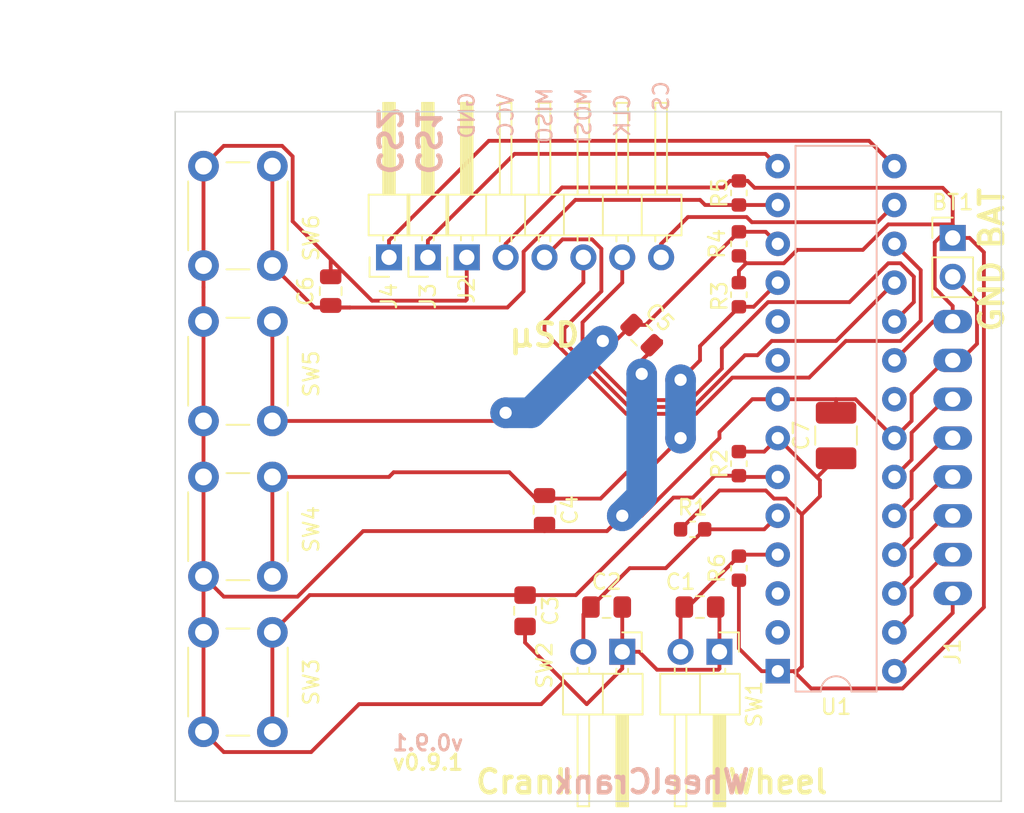
<source format=kicad_pcb>
(kicad_pcb (version 20171130) (host pcbnew 5.0.2)

  (general
    (thickness 1.6)
    (drawings 17)
    (tracks 274)
    (zones 0)
    (modules 25)
    (nets 26)
  )

  (page A4)
  (title_block
    (date "sam. 04 avril 2015")
  )

  (layers
    (0 F.Cu signal)
    (31 B.Cu signal)
    (32 B.Adhes user)
    (33 F.Adhes user)
    (34 B.Paste user)
    (35 F.Paste user)
    (36 B.SilkS user)
    (37 F.SilkS user)
    (38 B.Mask user)
    (39 F.Mask user)
    (40 Dwgs.User user)
    (41 Cmts.User user)
    (42 Eco1.User user)
    (43 Eco2.User user)
    (44 Edge.Cuts user)
    (45 Margin user)
    (46 B.CrtYd user)
    (47 F.CrtYd user)
    (48 B.Fab user)
    (49 F.Fab user)
  )

  (setup
    (last_trace_width 0.25)
    (user_trace_width 2)
    (trace_clearance 0.2)
    (zone_clearance 0.508)
    (zone_45_only no)
    (trace_min 0.2)
    (segment_width 0.15)
    (edge_width 0.1)
    (via_size 0.6)
    (via_drill 0.4)
    (via_min_size 0.4)
    (via_min_drill 0.3)
    (user_via 2 0.8)
    (uvia_size 0.3)
    (uvia_drill 0.1)
    (uvias_allowed no)
    (uvia_min_size 0.2)
    (uvia_min_drill 0.1)
    (pcb_text_width 0.3)
    (pcb_text_size 1.5 1.5)
    (mod_edge_width 0.15)
    (mod_text_size 1 1)
    (mod_text_width 0.15)
    (pad_size 1.5 1.5)
    (pad_drill 0.6)
    (pad_to_mask_clearance 0)
    (solder_mask_min_width 0.25)
    (aux_axis_origin 128.778 126.746)
    (visible_elements FFFFFF7F)
    (pcbplotparams
      (layerselection 0x010f0_ffffffff)
      (usegerberextensions false)
      (usegerberattributes true)
      (usegerberadvancedattributes false)
      (creategerberjobfile true)
      (excludeedgelayer true)
      (linewidth 0.100000)
      (plotframeref false)
      (viasonmask false)
      (mode 1)
      (useauxorigin false)
      (hpglpennumber 1)
      (hpglpenspeed 20)
      (hpglpendiameter 15.000000)
      (psnegative false)
      (psa4output false)
      (plotreference true)
      (plotvalue true)
      (plotinvisibletext false)
      (padsonsilk false)
      (subtractmaskfromsilk true)
      (outputformat 1)
      (mirror false)
      (drillshape 0)
      (scaleselection 1)
      (outputdirectory "/home/rhn/play/licznik_compact/gerber_prototypy/"))
  )

  (net 0 "")
  (net 1 "Net-(C1-Pad1)")
  (net 2 "Net-(U1-Pad21)")
  (net 3 "Net-(U1-Pad9)")
  (net 4 "Net-(U1-Pad10)")
  (net 5 "Net-(J1-Pad3)")
  (net 6 "Net-(J1-Pad4)")
  (net 7 "Net-(J1-Pad5)")
  (net 8 "Net-(J1-Pad6)")
  (net 9 "Net-(J1-Pad7)")
  (net 10 "Net-(J1-Pad8)")
  (net 11 "Net-(C6-Pad1)")
  (net 12 "Net-(C5-Pad1)")
  (net 13 "Net-(C4-Pad1)")
  (net 14 "Net-(C3-Pad1)")
  (net 15 "Net-(C2-Pad1)")
  (net 16 "Net-(J2-Pad2)")
  (net 17 "Net-(J2-Pad3)")
  (net 18 "Net-(J2-Pad7)")
  (net 19 "Net-(J2-Pad5)")
  (net 20 "Net-(U1-Pad2)")
  (net 21 "Net-(U1-Pad3)")
  (net 22 +BATT)
  (net 23 "Net-(J4-Pad1)")
  (net 24 GND)
  (net 25 "Net-(J3-Pad1)")

  (net_class Default "This is the default net class."
    (clearance 0.2)
    (trace_width 0.25)
    (via_dia 0.6)
    (via_drill 0.4)
    (uvia_dia 0.3)
    (uvia_drill 0.1)
    (add_net +BATT)
    (add_net GND)
    (add_net "Net-(C1-Pad1)")
    (add_net "Net-(C2-Pad1)")
    (add_net "Net-(C3-Pad1)")
    (add_net "Net-(C4-Pad1)")
    (add_net "Net-(C5-Pad1)")
    (add_net "Net-(C6-Pad1)")
    (add_net "Net-(J1-Pad3)")
    (add_net "Net-(J1-Pad4)")
    (add_net "Net-(J1-Pad5)")
    (add_net "Net-(J1-Pad6)")
    (add_net "Net-(J1-Pad7)")
    (add_net "Net-(J1-Pad8)")
    (add_net "Net-(J2-Pad2)")
    (add_net "Net-(J2-Pad3)")
    (add_net "Net-(J2-Pad5)")
    (add_net "Net-(J2-Pad7)")
    (add_net "Net-(J3-Pad1)")
    (add_net "Net-(J4-Pad1)")
    (add_net "Net-(U1-Pad10)")
    (add_net "Net-(U1-Pad2)")
    (add_net "Net-(U1-Pad21)")
    (add_net "Net-(U1-Pad3)")
    (add_net "Net-(U1-Pad9)")
  )

  (net_class "Wire vias" ""
    (clearance 1)
    (trace_width 2)
    (via_dia 2)
    (via_drill 0.8)
    (uvia_dia 0.3)
    (uvia_drill 0.1)
  )

  (module Capacitor_SMD:C_1210_3225Metric_Pad1.42x2.65mm_HandSolder (layer F.Cu) (tedit 5B301BBE) (tstamp 5C2C3547)
    (at 80.01 176.7475 90)
    (descr "Capacitor SMD 1210 (3225 Metric), square (rectangular) end terminal, IPC_7351 nominal with elongated pad for handsoldering. (Body size source: http://www.tortai-tech.com/upload/download/2011102023233369053.pdf), generated with kicad-footprint-generator")
    (tags "capacitor handsolder")
    (path /5C1FFB03)
    (attr smd)
    (fp_text reference C7 (at 0 -2.28 90) (layer F.SilkS)
      (effects (font (size 1 1) (thickness 0.15)))
    )
    (fp_text value 100µF (at 0 2.28 90) (layer F.Fab)
      (effects (font (size 1 1) (thickness 0.15)))
    )
    (fp_line (start -1.6 1.25) (end -1.6 -1.25) (layer F.Fab) (width 0.1))
    (fp_line (start -1.6 -1.25) (end 1.6 -1.25) (layer F.Fab) (width 0.1))
    (fp_line (start 1.6 -1.25) (end 1.6 1.25) (layer F.Fab) (width 0.1))
    (fp_line (start 1.6 1.25) (end -1.6 1.25) (layer F.Fab) (width 0.1))
    (fp_line (start -0.602064 -1.36) (end 0.602064 -1.36) (layer F.SilkS) (width 0.12))
    (fp_line (start -0.602064 1.36) (end 0.602064 1.36) (layer F.SilkS) (width 0.12))
    (fp_line (start -2.45 1.58) (end -2.45 -1.58) (layer F.CrtYd) (width 0.05))
    (fp_line (start -2.45 -1.58) (end 2.45 -1.58) (layer F.CrtYd) (width 0.05))
    (fp_line (start 2.45 -1.58) (end 2.45 1.58) (layer F.CrtYd) (width 0.05))
    (fp_line (start 2.45 1.58) (end -2.45 1.58) (layer F.CrtYd) (width 0.05))
    (fp_text user %R (at 0 0 90) (layer F.Fab)
      (effects (font (size 0.8 0.8) (thickness 0.12)))
    )
    (pad 1 smd roundrect (at -1.4875 0 90) (size 1.425 2.65) (layers F.Cu F.Paste F.Mask) (roundrect_rratio 0.175439)
      (net 22 +BATT))
    (pad 2 smd roundrect (at 1.4875 0 90) (size 1.425 2.65) (layers F.Cu F.Paste F.Mask) (roundrect_rratio 0.175439)
      (net 24 GND))
    (model ${KISYS3DMOD}/Capacitor_SMD.3dshapes/C_1210_3225Metric.wrl
      (at (xyz 0 0 0))
      (scale (xyz 1 1 1))
      (rotate (xyz 0 0 0))
    )
  )

  (module "Licznik:Nokia screen" (layer F.Cu) (tedit 5C1F60BC) (tstamp 5C0AA93E)
    (at 87.63 178.185622 270)
    (path /5BED8D25)
    (fp_text reference J1 (at 12.7 0 270) (layer F.SilkS)
      (effects (font (size 1 1) (thickness 0.15)))
    )
    (fp_text value Display (at 0 -3.81 270) (layer F.Fab)
      (effects (font (size 1 1) (thickness 0.15)))
    )
    (fp_text user Nokia_pins2 (at 0 39.37 270) (layer F.Fab)
      (effects (font (size 1 1) (thickness 0.15)))
    )
    (fp_line (start -8.89 40.64) (end 8.89 40.64) (layer F.Fab) (width 0.15))
    (fp_circle (center 20.32 40.64) (end 20.32 39.37) (layer F.Fab) (width 0.15))
    (fp_circle (center -20.32 40.64) (end -20.32 39.37) (layer F.Fab) (width 0.15))
    (fp_circle (center -20.32 0) (end -20.32 -1.27) (layer F.Fab) (width 0.15))
    (fp_circle (center 20.32 0) (end 21.59 0) (layer F.Fab) (width 0.15))
    (fp_line (start 22.5 42.46) (end 22.5 -2.54) (layer F.Fab) (width 0.15))
    (fp_line (start -22.5 42.46) (end 22.5 42.46) (layer F.Fab) (width 0.15))
    (fp_line (start -22.5 42.46) (end -22.5 -2.54) (layer F.Fab) (width 0.15))
    (fp_line (start -22.5 -2.54) (end 22.5 -2.54) (layer F.Fab) (width 0.15))
    (fp_text user GND (at -6.35 3.81 180) (layer F.Fab)
      (effects (font (size 1 1) (thickness 0.15)))
    )
    (fp_text user VCC (at -8.89 3.81 180) (layer F.Fab)
      (effects (font (size 1 1) (thickness 0.15)))
    )
    (pad 8 thru_hole oval (at 8.89 0 270) (size 1.524 2.524) (drill 1) (layers *.Cu *.Mask)
      (net 10 "Net-(J1-Pad8)"))
    (pad 7 thru_hole oval (at 6.35 0 270) (size 1.524 2.524) (drill 1) (layers *.Cu *.Mask)
      (net 9 "Net-(J1-Pad7)"))
    (pad 6 thru_hole oval (at 3.81 0 270) (size 1.524 2.524) (drill 1) (layers *.Cu *.Mask)
      (net 8 "Net-(J1-Pad6)"))
    (pad 5 thru_hole oval (at 1.27 0 270) (size 1.524 2.524) (drill 1) (layers *.Cu *.Mask)
      (net 7 "Net-(J1-Pad5)"))
    (pad 4 thru_hole oval (at -1.27 0 270) (size 1.524 2.524) (drill 1) (layers *.Cu *.Mask)
      (net 6 "Net-(J1-Pad4)"))
    (pad 3 thru_hole oval (at -3.81 0 270) (size 1.524 2.524) (drill 1) (layers *.Cu *.Mask)
      (net 5 "Net-(J1-Pad3)"))
    (pad 2 thru_hole oval (at -6.35 0 270) (size 1.524 2.524) (drill 1) (layers *.Cu *.Mask)
      (net 24 GND))
    (pad 1 thru_hole oval (at -8.89 0 270) (size 1.524 2.524) (drill 1) (layers *.Cu *.Mask)
      (net 22 +BATT))
  )

  (module Resistor_SMD:R_0603_1608Metric (layer F.Cu) (tedit 5B301BBD) (tstamp 5BFF8DAE)
    (at 73.66 185.42 90)
    (descr "Resistor SMD 0603 (1608 Metric), square (rectangular) end terminal, IPC_7351 nominal, (Body size source: http://www.tortai-tech.com/upload/download/2011102023233369053.pdf), generated with kicad-footprint-generator")
    (tags resistor)
    (path /5BF3E7C4)
    (attr smd)
    (fp_text reference R6 (at 0 -1.43 90) (layer F.SilkS)
      (effects (font (size 1 1) (thickness 0.15)))
    )
    (fp_text value 1K (at 0 1.43 90) (layer F.Fab)
      (effects (font (size 1 1) (thickness 0.15)))
    )
    (fp_line (start -0.8 0.4) (end -0.8 -0.4) (layer F.Fab) (width 0.1))
    (fp_line (start -0.8 -0.4) (end 0.8 -0.4) (layer F.Fab) (width 0.1))
    (fp_line (start 0.8 -0.4) (end 0.8 0.4) (layer F.Fab) (width 0.1))
    (fp_line (start 0.8 0.4) (end -0.8 0.4) (layer F.Fab) (width 0.1))
    (fp_line (start -0.162779 -0.51) (end 0.162779 -0.51) (layer F.SilkS) (width 0.12))
    (fp_line (start -0.162779 0.51) (end 0.162779 0.51) (layer F.SilkS) (width 0.12))
    (fp_line (start -1.48 0.73) (end -1.48 -0.73) (layer F.CrtYd) (width 0.05))
    (fp_line (start -1.48 -0.73) (end 1.48 -0.73) (layer F.CrtYd) (width 0.05))
    (fp_line (start 1.48 -0.73) (end 1.48 0.73) (layer F.CrtYd) (width 0.05))
    (fp_line (start 1.48 0.73) (end -1.48 0.73) (layer F.CrtYd) (width 0.05))
    (fp_text user %R (at 0 0 90) (layer F.Fab)
      (effects (font (size 0.4 0.4) (thickness 0.06)))
    )
    (pad 1 smd roundrect (at -0.7875 0 90) (size 0.875 0.95) (layers F.Cu F.Paste F.Mask) (roundrect_rratio 0.25)
      (net 22 +BATT))
    (pad 2 smd roundrect (at 0.7875 0 90) (size 0.875 0.95) (layers F.Cu F.Paste F.Mask) (roundrect_rratio 0.25)
      (net 1 "Net-(C1-Pad1)"))
    (model ${KISYS3DMOD}/Resistor_SMD.3dshapes/R_0603_1608Metric.wrl
      (at (xyz 0 0 0))
      (scale (xyz 1 1 1))
      (rotate (xyz 0 0 0))
    )
  )

  (module Licznik:SD_pins (layer F.Cu) (tedit 5BEF55AD) (tstamp 5C3A8BD3)
    (at 55.88 165.1 90)
    (descr "Through hole angled pin header, 1x06, 2.54mm pitch, 6mm pin length, single row")
    (tags "Through hole angled pin header THT 1x06 2.54mm single row")
    (path /5BEEC29D)
    (fp_text reference J2 (at -2.154378 0 90) (layer F.SilkS)
      (effects (font (size 1 1) (thickness 0.15)))
    )
    (fp_text value Micro_SD_Card_Det (at 4.385 14.97 90) (layer F.Fab)
      (effects (font (size 1 1) (thickness 0.15)))
    )
    (fp_line (start 2.135 -1.27) (end 4.04 -1.27) (layer F.Fab) (width 0.1))
    (fp_line (start 4.04 -1.27) (end 4.04 13.97) (layer F.Fab) (width 0.1))
    (fp_line (start 4.04 13.97) (end 1.5 13.97) (layer F.Fab) (width 0.1))
    (fp_line (start 1.5 13.97) (end 1.5 -0.635) (layer F.Fab) (width 0.1))
    (fp_line (start 1.5 -0.635) (end 2.135 -1.27) (layer F.Fab) (width 0.1))
    (fp_line (start -0.32 -0.32) (end 1.5 -0.32) (layer F.Fab) (width 0.1))
    (fp_line (start -0.32 -0.32) (end -0.32 0.32) (layer F.Fab) (width 0.1))
    (fp_line (start -0.32 0.32) (end 1.5 0.32) (layer F.Fab) (width 0.1))
    (fp_line (start 4.04 -0.32) (end 10.04 -0.32) (layer F.Fab) (width 0.1))
    (fp_line (start 10.04 -0.32) (end 10.04 0.32) (layer F.Fab) (width 0.1))
    (fp_line (start 4.04 0.32) (end 10.04 0.32) (layer F.Fab) (width 0.1))
    (fp_line (start -0.32 2.22) (end 1.5 2.22) (layer F.Fab) (width 0.1))
    (fp_line (start -0.32 2.22) (end -0.32 2.86) (layer F.Fab) (width 0.1))
    (fp_line (start -0.32 2.86) (end 1.5 2.86) (layer F.Fab) (width 0.1))
    (fp_line (start 4.04 2.22) (end 10.04 2.22) (layer F.Fab) (width 0.1))
    (fp_line (start 10.04 2.22) (end 10.04 2.86) (layer F.Fab) (width 0.1))
    (fp_line (start 4.04 2.86) (end 10.04 2.86) (layer F.Fab) (width 0.1))
    (fp_line (start -0.32 4.76) (end 1.5 4.76) (layer F.Fab) (width 0.1))
    (fp_line (start -0.32 4.76) (end -0.32 5.4) (layer F.Fab) (width 0.1))
    (fp_line (start -0.32 5.4) (end 1.5 5.4) (layer F.Fab) (width 0.1))
    (fp_line (start 4.04 4.76) (end 10.04 4.76) (layer F.Fab) (width 0.1))
    (fp_line (start 10.04 4.76) (end 10.04 5.4) (layer F.Fab) (width 0.1))
    (fp_line (start 4.04 5.4) (end 10.04 5.4) (layer F.Fab) (width 0.1))
    (fp_line (start -0.32 7.3) (end 1.5 7.3) (layer F.Fab) (width 0.1))
    (fp_line (start -0.32 7.3) (end -0.32 7.94) (layer F.Fab) (width 0.1))
    (fp_line (start -0.32 7.94) (end 1.5 7.94) (layer F.Fab) (width 0.1))
    (fp_line (start 4.04 7.3) (end 10.04 7.3) (layer F.Fab) (width 0.1))
    (fp_line (start 10.04 7.3) (end 10.04 7.94) (layer F.Fab) (width 0.1))
    (fp_line (start 4.04 7.94) (end 10.04 7.94) (layer F.Fab) (width 0.1))
    (fp_line (start -0.32 9.84) (end 1.5 9.84) (layer F.Fab) (width 0.1))
    (fp_line (start -0.32 9.84) (end -0.32 10.48) (layer F.Fab) (width 0.1))
    (fp_line (start -0.32 10.48) (end 1.5 10.48) (layer F.Fab) (width 0.1))
    (fp_line (start 4.04 9.84) (end 10.04 9.84) (layer F.Fab) (width 0.1))
    (fp_line (start 10.04 9.84) (end 10.04 10.48) (layer F.Fab) (width 0.1))
    (fp_line (start 4.04 10.48) (end 10.04 10.48) (layer F.Fab) (width 0.1))
    (fp_line (start -0.32 12.38) (end 1.5 12.38) (layer F.Fab) (width 0.1))
    (fp_line (start -0.32 12.38) (end -0.32 13.02) (layer F.Fab) (width 0.1))
    (fp_line (start -0.32 13.02) (end 1.5 13.02) (layer F.Fab) (width 0.1))
    (fp_line (start 4.04 12.38) (end 10.04 12.38) (layer F.Fab) (width 0.1))
    (fp_line (start 10.04 12.38) (end 10.04 13.02) (layer F.Fab) (width 0.1))
    (fp_line (start 4.04 13.02) (end 10.04 13.02) (layer F.Fab) (width 0.1))
    (fp_line (start 1.44 -1.33) (end 1.44 14.03) (layer F.SilkS) (width 0.12))
    (fp_line (start 1.44 14.03) (end 4.1 14.03) (layer F.SilkS) (width 0.12))
    (fp_line (start 4.1 14.03) (end 4.1 -1.33) (layer F.SilkS) (width 0.12))
    (fp_line (start 4.1 -1.33) (end 1.44 -1.33) (layer F.SilkS) (width 0.12))
    (fp_line (start 4.1 -0.38) (end 10.1 -0.38) (layer F.SilkS) (width 0.12))
    (fp_line (start 10.1 -0.38) (end 10.1 0.38) (layer F.SilkS) (width 0.12))
    (fp_line (start 10.1 0.38) (end 4.1 0.38) (layer F.SilkS) (width 0.12))
    (fp_line (start 4.1 -0.32) (end 10.1 -0.32) (layer F.SilkS) (width 0.12))
    (fp_line (start 4.1 -0.2) (end 10.1 -0.2) (layer F.SilkS) (width 0.12))
    (fp_line (start 4.1 -0.08) (end 10.1 -0.08) (layer F.SilkS) (width 0.12))
    (fp_line (start 4.1 0.04) (end 10.1 0.04) (layer F.SilkS) (width 0.12))
    (fp_line (start 4.1 0.16) (end 10.1 0.16) (layer F.SilkS) (width 0.12))
    (fp_line (start 4.1 0.28) (end 10.1 0.28) (layer F.SilkS) (width 0.12))
    (fp_line (start 1.11 -0.38) (end 1.44 -0.38) (layer F.SilkS) (width 0.12))
    (fp_line (start 1.11 0.38) (end 1.44 0.38) (layer F.SilkS) (width 0.12))
    (fp_line (start 1.44 1.27) (end 4.1 1.27) (layer F.SilkS) (width 0.12))
    (fp_line (start 4.1 2.16) (end 10.1 2.16) (layer F.SilkS) (width 0.12))
    (fp_line (start 10.1 2.16) (end 10.1 2.92) (layer F.SilkS) (width 0.12))
    (fp_line (start 10.1 2.92) (end 4.1 2.92) (layer F.SilkS) (width 0.12))
    (fp_line (start 1.042929 2.16) (end 1.44 2.16) (layer F.SilkS) (width 0.12))
    (fp_line (start 1.042929 2.92) (end 1.44 2.92) (layer F.SilkS) (width 0.12))
    (fp_line (start 1.44 3.81) (end 4.1 3.81) (layer F.SilkS) (width 0.12))
    (fp_line (start 4.1 4.7) (end 10.1 4.7) (layer F.SilkS) (width 0.12))
    (fp_line (start 10.1 4.7) (end 10.1 5.46) (layer F.SilkS) (width 0.12))
    (fp_line (start 10.1 5.46) (end 4.1 5.46) (layer F.SilkS) (width 0.12))
    (fp_line (start 1.042929 4.7) (end 1.44 4.7) (layer F.SilkS) (width 0.12))
    (fp_line (start 1.042929 5.46) (end 1.44 5.46) (layer F.SilkS) (width 0.12))
    (fp_line (start 1.44 6.35) (end 4.1 6.35) (layer F.SilkS) (width 0.12))
    (fp_line (start 4.1 7.24) (end 10.1 7.24) (layer F.SilkS) (width 0.12))
    (fp_line (start 10.1 7.24) (end 10.1 8) (layer F.SilkS) (width 0.12))
    (fp_line (start 10.1 8) (end 4.1 8) (layer F.SilkS) (width 0.12))
    (fp_line (start 1.042929 7.24) (end 1.44 7.24) (layer F.SilkS) (width 0.12))
    (fp_line (start 1.042929 8) (end 1.44 8) (layer F.SilkS) (width 0.12))
    (fp_line (start 1.44 8.89) (end 4.1 8.89) (layer F.SilkS) (width 0.12))
    (fp_line (start 4.1 9.78) (end 10.1 9.78) (layer F.SilkS) (width 0.12))
    (fp_line (start 10.1 9.78) (end 10.1 10.54) (layer F.SilkS) (width 0.12))
    (fp_line (start 10.1 10.54) (end 4.1 10.54) (layer F.SilkS) (width 0.12))
    (fp_line (start 1.042929 9.78) (end 1.44 9.78) (layer F.SilkS) (width 0.12))
    (fp_line (start 1.042929 10.54) (end 1.44 10.54) (layer F.SilkS) (width 0.12))
    (fp_line (start 1.44 11.43) (end 4.1 11.43) (layer F.SilkS) (width 0.12))
    (fp_line (start 4.1 12.32) (end 10.1 12.32) (layer F.SilkS) (width 0.12))
    (fp_line (start 10.1 12.32) (end 10.1 13.08) (layer F.SilkS) (width 0.12))
    (fp_line (start 10.1 13.08) (end 4.1 13.08) (layer F.SilkS) (width 0.12))
    (fp_line (start 1.042929 12.32) (end 1.44 12.32) (layer F.SilkS) (width 0.12))
    (fp_line (start 1.042929 13.08) (end 1.44 13.08) (layer F.SilkS) (width 0.12))
    (fp_line (start -1.27 0) (end -1.27 -1.27) (layer F.SilkS) (width 0.12))
    (fp_line (start -1.27 -1.27) (end 0 -1.27) (layer F.SilkS) (width 0.12))
    (fp_line (start -1.8 -1.8) (end -1.8 14.5) (layer F.CrtYd) (width 0.05))
    (fp_line (start -1.8 14.5) (end 10.55 14.5) (layer F.CrtYd) (width 0.05))
    (fp_line (start 10.55 14.5) (end 10.55 -1.8) (layer F.CrtYd) (width 0.05))
    (fp_line (start 10.55 -1.8) (end -1.8 -1.8) (layer F.CrtYd) (width 0.05))
    (fp_text user %R (at 2.77 6.35 180) (layer F.Fab)
      (effects (font (size 1 1) (thickness 0.15)))
    )
    (fp_text user GND (at 9.275622 0 -90) (layer B.SilkS)
      (effects (font (size 1 1) (thickness 0.15)) (justify mirror))
    )
    (fp_text user VCC (at 9.275622 2.54 -90) (layer B.SilkS)
      (effects (font (size 1 1) (thickness 0.15)) (justify mirror))
    )
    (fp_text user MISO (at 9.275622 5.08 90) (layer B.SilkS)
      (effects (font (size 1 1) (thickness 0.15)) (justify mirror))
    )
    (fp_text user MOSI (at 9.275622 7.62 90) (layer B.SilkS)
      (effects (font (size 1 1) (thickness 0.15)) (justify mirror))
    )
    (fp_text user CLK (at 9.275622 10.16 90) (layer B.SilkS)
      (effects (font (size 1 1) (thickness 0.15)) (justify mirror))
    )
    (fp_text user CS (at 10.545622 12.7 90) (layer B.SilkS)
      (effects (font (size 1 1) (thickness 0.15)) (justify mirror))
    )
    (pad 6 thru_hole rect (at 0 0 90) (size 1.7 1.7) (drill 1) (layers *.Cu *.Mask)
      (net 24 GND))
    (pad 4 thru_hole oval (at 0 2.54 90) (size 1.7 1.7) (drill 1) (layers *.Cu *.Mask)
      (net 22 +BATT))
    (pad 7 thru_hole oval (at 0 5.08 90) (size 1.7 1.7) (drill 1) (layers *.Cu *.Mask)
      (net 18 "Net-(J2-Pad7)"))
    (pad 3 thru_hole oval (at 0 7.62 90) (size 1.7 1.7) (drill 1) (layers *.Cu *.Mask)
      (net 17 "Net-(J2-Pad3)"))
    (pad 5 thru_hole oval (at 0 10.16 90) (size 1.7 1.7) (drill 1) (layers *.Cu *.Mask)
      (net 19 "Net-(J2-Pad5)"))
    (pad 2 thru_hole oval (at 0 12.7 90) (size 1.7 1.7) (drill 1) (layers *.Cu *.Mask)
      (net 16 "Net-(J2-Pad2)"))
    (model ${KISYS3DMOD}/Connector_PinHeader_2.54mm.3dshapes/PinHeader_1x06_P2.54mm_Horizontal.wrl
      (at (xyz 0 0 0))
      (scale (xyz 1 1 1))
      (rotate (xyz 0 0 0))
    )
  )

  (module Connector_PinHeader_2.54mm:PinHeader_1x02_P2.54mm_Horizontal (layer F.Cu) (tedit 59FED5CB) (tstamp 5C1554D8)
    (at 66.04 190.885622 270)
    (descr "Through hole angled pin header, 1x02, 2.54mm pitch, 6mm pin length, single row")
    (tags "Through hole angled pin header THT 1x02 2.54mm single row")
    (path /5BEE5B83)
    (fp_text reference SW2 (at 0.884378 5.08 270) (layer F.SilkS)
      (effects (font (size 1 1) (thickness 0.15)))
    )
    (fp_text value Crank (at 4.385 4.81 270) (layer F.Fab)
      (effects (font (size 1 1) (thickness 0.15)))
    )
    (fp_text user %R (at 2.77 1.27) (layer F.Fab)
      (effects (font (size 1 1) (thickness 0.15)))
    )
    (fp_line (start 10.55 -1.8) (end -1.8 -1.8) (layer F.CrtYd) (width 0.05))
    (fp_line (start 10.55 4.35) (end 10.55 -1.8) (layer F.CrtYd) (width 0.05))
    (fp_line (start -1.8 4.35) (end 10.55 4.35) (layer F.CrtYd) (width 0.05))
    (fp_line (start -1.8 -1.8) (end -1.8 4.35) (layer F.CrtYd) (width 0.05))
    (fp_line (start -1.27 -1.27) (end 0 -1.27) (layer F.SilkS) (width 0.12))
    (fp_line (start -1.27 0) (end -1.27 -1.27) (layer F.SilkS) (width 0.12))
    (fp_line (start 1.042929 2.92) (end 1.44 2.92) (layer F.SilkS) (width 0.12))
    (fp_line (start 1.042929 2.16) (end 1.44 2.16) (layer F.SilkS) (width 0.12))
    (fp_line (start 10.1 2.92) (end 4.1 2.92) (layer F.SilkS) (width 0.12))
    (fp_line (start 10.1 2.16) (end 10.1 2.92) (layer F.SilkS) (width 0.12))
    (fp_line (start 4.1 2.16) (end 10.1 2.16) (layer F.SilkS) (width 0.12))
    (fp_line (start 1.44 1.27) (end 4.1 1.27) (layer F.SilkS) (width 0.12))
    (fp_line (start 1.11 0.38) (end 1.44 0.38) (layer F.SilkS) (width 0.12))
    (fp_line (start 1.11 -0.38) (end 1.44 -0.38) (layer F.SilkS) (width 0.12))
    (fp_line (start 4.1 0.28) (end 10.1 0.28) (layer F.SilkS) (width 0.12))
    (fp_line (start 4.1 0.16) (end 10.1 0.16) (layer F.SilkS) (width 0.12))
    (fp_line (start 4.1 0.04) (end 10.1 0.04) (layer F.SilkS) (width 0.12))
    (fp_line (start 4.1 -0.08) (end 10.1 -0.08) (layer F.SilkS) (width 0.12))
    (fp_line (start 4.1 -0.2) (end 10.1 -0.2) (layer F.SilkS) (width 0.12))
    (fp_line (start 4.1 -0.32) (end 10.1 -0.32) (layer F.SilkS) (width 0.12))
    (fp_line (start 10.1 0.38) (end 4.1 0.38) (layer F.SilkS) (width 0.12))
    (fp_line (start 10.1 -0.38) (end 10.1 0.38) (layer F.SilkS) (width 0.12))
    (fp_line (start 4.1 -0.38) (end 10.1 -0.38) (layer F.SilkS) (width 0.12))
    (fp_line (start 4.1 -1.33) (end 1.44 -1.33) (layer F.SilkS) (width 0.12))
    (fp_line (start 4.1 3.87) (end 4.1 -1.33) (layer F.SilkS) (width 0.12))
    (fp_line (start 1.44 3.87) (end 4.1 3.87) (layer F.SilkS) (width 0.12))
    (fp_line (start 1.44 -1.33) (end 1.44 3.87) (layer F.SilkS) (width 0.12))
    (fp_line (start 4.04 2.86) (end 10.04 2.86) (layer F.Fab) (width 0.1))
    (fp_line (start 10.04 2.22) (end 10.04 2.86) (layer F.Fab) (width 0.1))
    (fp_line (start 4.04 2.22) (end 10.04 2.22) (layer F.Fab) (width 0.1))
    (fp_line (start -0.32 2.86) (end 1.5 2.86) (layer F.Fab) (width 0.1))
    (fp_line (start -0.32 2.22) (end -0.32 2.86) (layer F.Fab) (width 0.1))
    (fp_line (start -0.32 2.22) (end 1.5 2.22) (layer F.Fab) (width 0.1))
    (fp_line (start 4.04 0.32) (end 10.04 0.32) (layer F.Fab) (width 0.1))
    (fp_line (start 10.04 -0.32) (end 10.04 0.32) (layer F.Fab) (width 0.1))
    (fp_line (start 4.04 -0.32) (end 10.04 -0.32) (layer F.Fab) (width 0.1))
    (fp_line (start -0.32 0.32) (end 1.5 0.32) (layer F.Fab) (width 0.1))
    (fp_line (start -0.32 -0.32) (end -0.32 0.32) (layer F.Fab) (width 0.1))
    (fp_line (start -0.32 -0.32) (end 1.5 -0.32) (layer F.Fab) (width 0.1))
    (fp_line (start 1.5 -0.635) (end 2.135 -1.27) (layer F.Fab) (width 0.1))
    (fp_line (start 1.5 3.81) (end 1.5 -0.635) (layer F.Fab) (width 0.1))
    (fp_line (start 4.04 3.81) (end 1.5 3.81) (layer F.Fab) (width 0.1))
    (fp_line (start 4.04 -1.27) (end 4.04 3.81) (layer F.Fab) (width 0.1))
    (fp_line (start 2.135 -1.27) (end 4.04 -1.27) (layer F.Fab) (width 0.1))
    (pad 2 thru_hole oval (at 0 2.54 270) (size 1.7 1.7) (drill 1) (layers *.Cu *.Mask)
      (net 15 "Net-(C2-Pad1)"))
    (pad 1 thru_hole rect (at 0 0 270) (size 1.7 1.7) (drill 1) (layers *.Cu *.Mask)
      (net 24 GND))
    (model ${KISYS3DMOD}/Connector_PinHeader_2.54mm.3dshapes/PinHeader_1x02_P2.54mm_Horizontal.wrl
      (at (xyz 0 0 0))
      (scale (xyz 1 1 1))
      (rotate (xyz 0 0 0))
    )
  )

  (module Connector_PinHeader_2.54mm:PinHeader_1x02_P2.54mm_Horizontal (layer F.Cu) (tedit 59FED5CB) (tstamp 5C1554A6)
    (at 72.39 190.885622 270)
    (descr "Through hole angled pin header, 1x02, 2.54mm pitch, 6mm pin length, single row")
    (tags "Through hole angled pin header THT 1x02 2.54mm single row")
    (path /5BEDA2A1)
    (fp_text reference SW1 (at 3.424378 -2.27 270) (layer F.SilkS)
      (effects (font (size 1 1) (thickness 0.15)))
    )
    (fp_text value Wheel (at 4.385 4.81 270) (layer F.Fab)
      (effects (font (size 1 1) (thickness 0.15)))
    )
    (fp_line (start 2.135 -1.27) (end 4.04 -1.27) (layer F.Fab) (width 0.1))
    (fp_line (start 4.04 -1.27) (end 4.04 3.81) (layer F.Fab) (width 0.1))
    (fp_line (start 4.04 3.81) (end 1.5 3.81) (layer F.Fab) (width 0.1))
    (fp_line (start 1.5 3.81) (end 1.5 -0.635) (layer F.Fab) (width 0.1))
    (fp_line (start 1.5 -0.635) (end 2.135 -1.27) (layer F.Fab) (width 0.1))
    (fp_line (start -0.32 -0.32) (end 1.5 -0.32) (layer F.Fab) (width 0.1))
    (fp_line (start -0.32 -0.32) (end -0.32 0.32) (layer F.Fab) (width 0.1))
    (fp_line (start -0.32 0.32) (end 1.5 0.32) (layer F.Fab) (width 0.1))
    (fp_line (start 4.04 -0.32) (end 10.04 -0.32) (layer F.Fab) (width 0.1))
    (fp_line (start 10.04 -0.32) (end 10.04 0.32) (layer F.Fab) (width 0.1))
    (fp_line (start 4.04 0.32) (end 10.04 0.32) (layer F.Fab) (width 0.1))
    (fp_line (start -0.32 2.22) (end 1.5 2.22) (layer F.Fab) (width 0.1))
    (fp_line (start -0.32 2.22) (end -0.32 2.86) (layer F.Fab) (width 0.1))
    (fp_line (start -0.32 2.86) (end 1.5 2.86) (layer F.Fab) (width 0.1))
    (fp_line (start 4.04 2.22) (end 10.04 2.22) (layer F.Fab) (width 0.1))
    (fp_line (start 10.04 2.22) (end 10.04 2.86) (layer F.Fab) (width 0.1))
    (fp_line (start 4.04 2.86) (end 10.04 2.86) (layer F.Fab) (width 0.1))
    (fp_line (start 1.44 -1.33) (end 1.44 3.87) (layer F.SilkS) (width 0.12))
    (fp_line (start 1.44 3.87) (end 4.1 3.87) (layer F.SilkS) (width 0.12))
    (fp_line (start 4.1 3.87) (end 4.1 -1.33) (layer F.SilkS) (width 0.12))
    (fp_line (start 4.1 -1.33) (end 1.44 -1.33) (layer F.SilkS) (width 0.12))
    (fp_line (start 4.1 -0.38) (end 10.1 -0.38) (layer F.SilkS) (width 0.12))
    (fp_line (start 10.1 -0.38) (end 10.1 0.38) (layer F.SilkS) (width 0.12))
    (fp_line (start 10.1 0.38) (end 4.1 0.38) (layer F.SilkS) (width 0.12))
    (fp_line (start 4.1 -0.32) (end 10.1 -0.32) (layer F.SilkS) (width 0.12))
    (fp_line (start 4.1 -0.2) (end 10.1 -0.2) (layer F.SilkS) (width 0.12))
    (fp_line (start 4.1 -0.08) (end 10.1 -0.08) (layer F.SilkS) (width 0.12))
    (fp_line (start 4.1 0.04) (end 10.1 0.04) (layer F.SilkS) (width 0.12))
    (fp_line (start 4.1 0.16) (end 10.1 0.16) (layer F.SilkS) (width 0.12))
    (fp_line (start 4.1 0.28) (end 10.1 0.28) (layer F.SilkS) (width 0.12))
    (fp_line (start 1.11 -0.38) (end 1.44 -0.38) (layer F.SilkS) (width 0.12))
    (fp_line (start 1.11 0.38) (end 1.44 0.38) (layer F.SilkS) (width 0.12))
    (fp_line (start 1.44 1.27) (end 4.1 1.27) (layer F.SilkS) (width 0.12))
    (fp_line (start 4.1 2.16) (end 10.1 2.16) (layer F.SilkS) (width 0.12))
    (fp_line (start 10.1 2.16) (end 10.1 2.92) (layer F.SilkS) (width 0.12))
    (fp_line (start 10.1 2.92) (end 4.1 2.92) (layer F.SilkS) (width 0.12))
    (fp_line (start 1.042929 2.16) (end 1.44 2.16) (layer F.SilkS) (width 0.12))
    (fp_line (start 1.042929 2.92) (end 1.44 2.92) (layer F.SilkS) (width 0.12))
    (fp_line (start -1.27 0) (end -1.27 -1.27) (layer F.SilkS) (width 0.12))
    (fp_line (start -1.27 -1.27) (end 0 -1.27) (layer F.SilkS) (width 0.12))
    (fp_line (start -1.8 -1.8) (end -1.8 4.35) (layer F.CrtYd) (width 0.05))
    (fp_line (start -1.8 4.35) (end 10.55 4.35) (layer F.CrtYd) (width 0.05))
    (fp_line (start 10.55 4.35) (end 10.55 -1.8) (layer F.CrtYd) (width 0.05))
    (fp_line (start 10.55 -1.8) (end -1.8 -1.8) (layer F.CrtYd) (width 0.05))
    (fp_text user %R (at 2.77 1.27) (layer F.Fab)
      (effects (font (size 1 1) (thickness 0.15)))
    )
    (pad 1 thru_hole rect (at 0 0 270) (size 1.7 1.7) (drill 1) (layers *.Cu *.Mask)
      (net 24 GND))
    (pad 2 thru_hole oval (at 0 2.54 270) (size 1.7 1.7) (drill 1) (layers *.Cu *.Mask)
      (net 1 "Net-(C1-Pad1)"))
    (model ${KISYS3DMOD}/Connector_PinHeader_2.54mm.3dshapes/PinHeader_1x02_P2.54mm_Horizontal.wrl
      (at (xyz 0 0 0))
      (scale (xyz 1 1 1))
      (rotate (xyz 0 0 0))
    )
  )

  (module Button_Switch_THT:SW_PUSH_6mm_H5mm (layer F.Cu) (tedit 5BEF4FE4) (tstamp 5C14496E)
    (at 38.68 165.635622 90)
    (descr "tactile push button, 6x6mm e.g. PHAP33xx series, height=5mm")
    (tags "tact sw push 6mm")
    (path /5BEDC017)
    (fp_text reference SW6 (at 1.805622 7.04 90) (layer F.SilkS)
      (effects (font (size 1 1) (thickness 0.15)))
    )
    (fp_text value Left (at 3.75 6.7 90) (layer F.Fab)
      (effects (font (size 1 1) (thickness 0.15)))
    )
    (fp_text user %R (at 3.25 2.25 90) (layer F.Fab)
      (effects (font (size 1 1) (thickness 0.15)))
    )
    (fp_line (start 3.25 -0.75) (end 6.25 -0.75) (layer F.Fab) (width 0.1))
    (fp_line (start 6.25 -0.75) (end 6.25 5.25) (layer F.Fab) (width 0.1))
    (fp_line (start 6.25 5.25) (end 0.25 5.25) (layer F.Fab) (width 0.1))
    (fp_line (start 0.25 5.25) (end 0.25 -0.75) (layer F.Fab) (width 0.1))
    (fp_line (start 0.25 -0.75) (end 3.25 -0.75) (layer F.Fab) (width 0.1))
    (fp_line (start 7.75 6) (end 8 6) (layer F.CrtYd) (width 0.05))
    (fp_line (start 8 6) (end 8 5.75) (layer F.CrtYd) (width 0.05))
    (fp_line (start 7.75 -1.5) (end 8 -1.5) (layer F.CrtYd) (width 0.05))
    (fp_line (start 8 -1.5) (end 8 -1.25) (layer F.CrtYd) (width 0.05))
    (fp_line (start -1.5 -1.25) (end -1.5 -1.5) (layer F.CrtYd) (width 0.05))
    (fp_line (start -1.5 -1.5) (end -1.25 -1.5) (layer F.CrtYd) (width 0.05))
    (fp_line (start -1.5 5.75) (end -1.5 6) (layer F.CrtYd) (width 0.05))
    (fp_line (start -1.5 6) (end -1.25 6) (layer F.CrtYd) (width 0.05))
    (fp_line (start -1.25 -1.5) (end 7.75 -1.5) (layer F.CrtYd) (width 0.05))
    (fp_line (start -1.5 5.75) (end -1.5 -1.25) (layer F.CrtYd) (width 0.05))
    (fp_line (start 7.75 6) (end -1.25 6) (layer F.CrtYd) (width 0.05))
    (fp_line (start 8 -1.25) (end 8 5.75) (layer F.CrtYd) (width 0.05))
    (fp_line (start 1 5.5) (end 5.5 5.5) (layer F.SilkS) (width 0.12))
    (fp_line (start -0.25 1.5) (end -0.25 3) (layer F.SilkS) (width 0.12))
    (fp_line (start 5.5 -1) (end 1 -1) (layer F.SilkS) (width 0.12))
    (fp_line (start 6.75 3) (end 6.75 1.5) (layer F.SilkS) (width 0.12))
    (fp_circle (center 3.25 2.25) (end 1.25 2.5) (layer F.Fab) (width 0.1))
    (pad 2 thru_hole circle (at 0 4.5 180) (size 2 2) (drill 1.1) (layers *.Cu *.Mask)
      (net 11 "Net-(C6-Pad1)"))
    (pad 1 thru_hole circle (at 0 0 180) (size 2 2) (drill 1.1) (layers *.Cu *.Mask)
      (net 24 GND))
    (pad 2 thru_hole circle (at 6.5 4.5 180) (size 2 2) (drill 1.1) (layers *.Cu *.Mask)
      (net 11 "Net-(C6-Pad1)"))
    (pad 1 thru_hole circle (at 6.5 0 180) (size 2 2) (drill 1.1) (layers *.Cu *.Mask)
      (net 24 GND))
    (model ${KISYS3DMOD}/Button_Switch_THT.3dshapes/SW_PUSH_6mm_H5mm.wrl
      (at (xyz 0 0 0))
      (scale (xyz 1 1 1))
      (rotate (xyz 0 0 0))
    )
  )

  (module Button_Switch_THT:SW_PUSH_6mm_H5mm (layer F.Cu) (tedit 5A02FE31) (tstamp 5C1449C8)
    (at 38.68 175.795622 90)
    (descr "tactile push button, 6x6mm e.g. PHAP33xx series, height=5mm")
    (tags "tact sw push 6mm")
    (path /5BEDBF99)
    (fp_text reference SW5 (at 3.075622 7.04 90) (layer F.SilkS)
      (effects (font (size 1 1) (thickness 0.15)))
    )
    (fp_text value Select (at 3.75 6.7 90) (layer F.Fab)
      (effects (font (size 1 1) (thickness 0.15)))
    )
    (fp_circle (center 3.25 2.25) (end 1.25 2.5) (layer F.Fab) (width 0.1))
    (fp_line (start 6.75 3) (end 6.75 1.5) (layer F.SilkS) (width 0.12))
    (fp_line (start 5.5 -1) (end 1 -1) (layer F.SilkS) (width 0.12))
    (fp_line (start -0.25 1.5) (end -0.25 3) (layer F.SilkS) (width 0.12))
    (fp_line (start 1 5.5) (end 5.5 5.5) (layer F.SilkS) (width 0.12))
    (fp_line (start 8 -1.25) (end 8 5.75) (layer F.CrtYd) (width 0.05))
    (fp_line (start 7.75 6) (end -1.25 6) (layer F.CrtYd) (width 0.05))
    (fp_line (start -1.5 5.75) (end -1.5 -1.25) (layer F.CrtYd) (width 0.05))
    (fp_line (start -1.25 -1.5) (end 7.75 -1.5) (layer F.CrtYd) (width 0.05))
    (fp_line (start -1.5 6) (end -1.25 6) (layer F.CrtYd) (width 0.05))
    (fp_line (start -1.5 5.75) (end -1.5 6) (layer F.CrtYd) (width 0.05))
    (fp_line (start -1.5 -1.5) (end -1.25 -1.5) (layer F.CrtYd) (width 0.05))
    (fp_line (start -1.5 -1.25) (end -1.5 -1.5) (layer F.CrtYd) (width 0.05))
    (fp_line (start 8 -1.5) (end 8 -1.25) (layer F.CrtYd) (width 0.05))
    (fp_line (start 7.75 -1.5) (end 8 -1.5) (layer F.CrtYd) (width 0.05))
    (fp_line (start 8 6) (end 8 5.75) (layer F.CrtYd) (width 0.05))
    (fp_line (start 7.75 6) (end 8 6) (layer F.CrtYd) (width 0.05))
    (fp_line (start 0.25 -0.75) (end 3.25 -0.75) (layer F.Fab) (width 0.1))
    (fp_line (start 0.25 5.25) (end 0.25 -0.75) (layer F.Fab) (width 0.1))
    (fp_line (start 6.25 5.25) (end 0.25 5.25) (layer F.Fab) (width 0.1))
    (fp_line (start 6.25 -0.75) (end 6.25 5.25) (layer F.Fab) (width 0.1))
    (fp_line (start 3.25 -0.75) (end 6.25 -0.75) (layer F.Fab) (width 0.1))
    (fp_text user %R (at 3.25 0.69 90) (layer F.Fab)
      (effects (font (size 1 1) (thickness 0.15)))
    )
    (pad 1 thru_hole circle (at 6.5 0 180) (size 2 2) (drill 1.1) (layers *.Cu *.Mask)
      (net 24 GND))
    (pad 2 thru_hole circle (at 6.5 4.5 180) (size 2 2) (drill 1.1) (layers *.Cu *.Mask)
      (net 12 "Net-(C5-Pad1)"))
    (pad 1 thru_hole circle (at 0 0 180) (size 2 2) (drill 1.1) (layers *.Cu *.Mask)
      (net 24 GND))
    (pad 2 thru_hole circle (at 0 4.5 180) (size 2 2) (drill 1.1) (layers *.Cu *.Mask)
      (net 12 "Net-(C5-Pad1)"))
    (model ${KISYS3DMOD}/Button_Switch_THT.3dshapes/SW_PUSH_6mm_H5mm.wrl
      (at (xyz 0 0 0))
      (scale (xyz 1 1 1))
      (rotate (xyz 0 0 0))
    )
  )

  (module Button_Switch_THT:SW_PUSH_6mm_H5mm (layer F.Cu) (tedit 5A02FE31) (tstamp 5C144914)
    (at 38.68 185.955622 90)
    (descr "tactile push button, 6x6mm e.g. PHAP33xx series, height=5mm")
    (tags "tact sw push 6mm")
    (path /5BEDBF4F)
    (fp_text reference SW4 (at 3.075622 7.04 90) (layer F.SilkS)
      (effects (font (size 1 1) (thickness 0.15)))
    )
    (fp_text value Right (at 3.75 6.7 90) (layer F.Fab)
      (effects (font (size 1 1) (thickness 0.15)))
    )
    (fp_circle (center 3.25 2.25) (end 1.25 2.5) (layer F.Fab) (width 0.1))
    (fp_line (start 6.75 3) (end 6.75 1.5) (layer F.SilkS) (width 0.12))
    (fp_line (start 5.5 -1) (end 1 -1) (layer F.SilkS) (width 0.12))
    (fp_line (start -0.25 1.5) (end -0.25 3) (layer F.SilkS) (width 0.12))
    (fp_line (start 1 5.5) (end 5.5 5.5) (layer F.SilkS) (width 0.12))
    (fp_line (start 8 -1.25) (end 8 5.75) (layer F.CrtYd) (width 0.05))
    (fp_line (start 7.75 6) (end -1.25 6) (layer F.CrtYd) (width 0.05))
    (fp_line (start -1.5 5.75) (end -1.5 -1.25) (layer F.CrtYd) (width 0.05))
    (fp_line (start -1.25 -1.5) (end 7.75 -1.5) (layer F.CrtYd) (width 0.05))
    (fp_line (start -1.5 6) (end -1.25 6) (layer F.CrtYd) (width 0.05))
    (fp_line (start -1.5 5.75) (end -1.5 6) (layer F.CrtYd) (width 0.05))
    (fp_line (start -1.5 -1.5) (end -1.25 -1.5) (layer F.CrtYd) (width 0.05))
    (fp_line (start -1.5 -1.25) (end -1.5 -1.5) (layer F.CrtYd) (width 0.05))
    (fp_line (start 8 -1.5) (end 8 -1.25) (layer F.CrtYd) (width 0.05))
    (fp_line (start 7.75 -1.5) (end 8 -1.5) (layer F.CrtYd) (width 0.05))
    (fp_line (start 8 6) (end 8 5.75) (layer F.CrtYd) (width 0.05))
    (fp_line (start 7.75 6) (end 8 6) (layer F.CrtYd) (width 0.05))
    (fp_line (start 0.25 -0.75) (end 3.25 -0.75) (layer F.Fab) (width 0.1))
    (fp_line (start 0.25 5.25) (end 0.25 -0.75) (layer F.Fab) (width 0.1))
    (fp_line (start 6.25 5.25) (end 0.25 5.25) (layer F.Fab) (width 0.1))
    (fp_line (start 6.25 -0.75) (end 6.25 5.25) (layer F.Fab) (width 0.1))
    (fp_line (start 3.25 -0.75) (end 6.25 -0.75) (layer F.Fab) (width 0.1))
    (fp_text user %R (at 3.25 2.25 90) (layer F.Fab)
      (effects (font (size 1 1) (thickness 0.15)))
    )
    (pad 1 thru_hole circle (at 6.5 0 180) (size 2 2) (drill 1.1) (layers *.Cu *.Mask)
      (net 24 GND))
    (pad 2 thru_hole circle (at 6.5 4.5 180) (size 2 2) (drill 1.1) (layers *.Cu *.Mask)
      (net 13 "Net-(C4-Pad1)"))
    (pad 1 thru_hole circle (at 0 0 180) (size 2 2) (drill 1.1) (layers *.Cu *.Mask)
      (net 24 GND))
    (pad 2 thru_hole circle (at 0 4.5 180) (size 2 2) (drill 1.1) (layers *.Cu *.Mask)
      (net 13 "Net-(C4-Pad1)"))
    (model ${KISYS3DMOD}/Button_Switch_THT.3dshapes/SW_PUSH_6mm_H5mm.wrl
      (at (xyz 0 0 0))
      (scale (xyz 1 1 1))
      (rotate (xyz 0 0 0))
    )
  )

  (module Button_Switch_THT:SW_PUSH_6mm_H5mm (layer F.Cu) (tedit 5A02FE31) (tstamp 5C144821)
    (at 38.68 196.115622 90)
    (descr "tactile push button, 6x6mm e.g. PHAP33xx series, height=5mm")
    (tags "tact sw push 6mm")
    (path /5BED9366)
    (fp_text reference SW3 (at 3.25 7.04 90) (layer F.SilkS)
      (effects (font (size 1 1) (thickness 0.15)))
    )
    (fp_text value Backlight (at 3.75 6.7 90) (layer F.Fab)
      (effects (font (size 1 1) (thickness 0.15)))
    )
    (fp_text user %R (at 3.25 2.25 90) (layer F.Fab)
      (effects (font (size 1 1) (thickness 0.15)))
    )
    (fp_line (start 3.25 -0.75) (end 6.25 -0.75) (layer F.Fab) (width 0.1))
    (fp_line (start 6.25 -0.75) (end 6.25 5.25) (layer F.Fab) (width 0.1))
    (fp_line (start 6.25 5.25) (end 0.25 5.25) (layer F.Fab) (width 0.1))
    (fp_line (start 0.25 5.25) (end 0.25 -0.75) (layer F.Fab) (width 0.1))
    (fp_line (start 0.25 -0.75) (end 3.25 -0.75) (layer F.Fab) (width 0.1))
    (fp_line (start 7.75 6) (end 8 6) (layer F.CrtYd) (width 0.05))
    (fp_line (start 8 6) (end 8 5.75) (layer F.CrtYd) (width 0.05))
    (fp_line (start 7.75 -1.5) (end 8 -1.5) (layer F.CrtYd) (width 0.05))
    (fp_line (start 8 -1.5) (end 8 -1.25) (layer F.CrtYd) (width 0.05))
    (fp_line (start -1.5 -1.25) (end -1.5 -1.5) (layer F.CrtYd) (width 0.05))
    (fp_line (start -1.5 -1.5) (end -1.25 -1.5) (layer F.CrtYd) (width 0.05))
    (fp_line (start -1.5 5.75) (end -1.5 6) (layer F.CrtYd) (width 0.05))
    (fp_line (start -1.5 6) (end -1.25 6) (layer F.CrtYd) (width 0.05))
    (fp_line (start -1.25 -1.5) (end 7.75 -1.5) (layer F.CrtYd) (width 0.05))
    (fp_line (start -1.5 5.75) (end -1.5 -1.25) (layer F.CrtYd) (width 0.05))
    (fp_line (start 7.75 6) (end -1.25 6) (layer F.CrtYd) (width 0.05))
    (fp_line (start 8 -1.25) (end 8 5.75) (layer F.CrtYd) (width 0.05))
    (fp_line (start 1 5.5) (end 5.5 5.5) (layer F.SilkS) (width 0.12))
    (fp_line (start -0.25 1.5) (end -0.25 3) (layer F.SilkS) (width 0.12))
    (fp_line (start 5.5 -1) (end 1 -1) (layer F.SilkS) (width 0.12))
    (fp_line (start 6.75 3) (end 6.75 1.5) (layer F.SilkS) (width 0.12))
    (fp_circle (center 3.25 2.25) (end 1.25 2.5) (layer F.Fab) (width 0.1))
    (pad 2 thru_hole circle (at 0 4.5 180) (size 2 2) (drill 1.1) (layers *.Cu *.Mask)
      (net 14 "Net-(C3-Pad1)"))
    (pad 1 thru_hole circle (at 0 0 180) (size 2 2) (drill 1.1) (layers *.Cu *.Mask)
      (net 24 GND))
    (pad 2 thru_hole circle (at 6.5 4.5 180) (size 2 2) (drill 1.1) (layers *.Cu *.Mask)
      (net 14 "Net-(C3-Pad1)"))
    (pad 1 thru_hole circle (at 6.5 0 180) (size 2 2) (drill 1.1) (layers *.Cu *.Mask)
      (net 24 GND))
    (model ${KISYS3DMOD}/Button_Switch_THT.3dshapes/SW_PUSH_6mm_H5mm.wrl
      (at (xyz 0 0 0))
      (scale (xyz 1 1 1))
      (rotate (xyz 0 0 0))
    )
  )

  (module Connector_PinHeader_2.54mm:PinHeader_1x01_P2.54mm_Horizontal (layer F.Cu) (tedit 59FED5CB) (tstamp 5C079F46)
    (at 53.34 165.1 90)
    (descr "Through hole angled pin header, 1x01, 2.54mm pitch, 6mm pin length, single row")
    (tags "Through hole angled pin header THT 1x01 2.54mm single row")
    (path /5BF56280)
    (fp_text reference J3 (at -2.54 0 90) (layer F.SilkS)
      (effects (font (size 1 1) (thickness 0.15)))
    )
    (fp_text value "Serial CS1" (at 12.7 0 90) (layer B.Fab)
      (effects (font (size 1 1) (thickness 0.15)) (justify mirror))
    )
    (fp_line (start 2.135 -1.27) (end 4.04 -1.27) (layer F.Fab) (width 0.1))
    (fp_line (start 4.04 -1.27) (end 4.04 1.27) (layer F.Fab) (width 0.1))
    (fp_line (start 4.04 1.27) (end 1.5 1.27) (layer F.Fab) (width 0.1))
    (fp_line (start 1.5 1.27) (end 1.5 -0.635) (layer F.Fab) (width 0.1))
    (fp_line (start 1.5 -0.635) (end 2.135 -1.27) (layer F.Fab) (width 0.1))
    (fp_line (start -0.32 -0.32) (end 1.5 -0.32) (layer F.Fab) (width 0.1))
    (fp_line (start -0.32 -0.32) (end -0.32 0.32) (layer F.Fab) (width 0.1))
    (fp_line (start -0.32 0.32) (end 1.5 0.32) (layer F.Fab) (width 0.1))
    (fp_line (start 4.04 -0.32) (end 10.04 -0.32) (layer F.Fab) (width 0.1))
    (fp_line (start 10.04 -0.32) (end 10.04 0.32) (layer F.Fab) (width 0.1))
    (fp_line (start 4.04 0.32) (end 10.04 0.32) (layer F.Fab) (width 0.1))
    (fp_line (start 1.44 -1.33) (end 1.44 1.33) (layer F.SilkS) (width 0.12))
    (fp_line (start 1.44 1.33) (end 4.1 1.33) (layer F.SilkS) (width 0.12))
    (fp_line (start 4.1 1.33) (end 4.1 -1.33) (layer F.SilkS) (width 0.12))
    (fp_line (start 4.1 -1.33) (end 1.44 -1.33) (layer F.SilkS) (width 0.12))
    (fp_line (start 4.1 -0.38) (end 10.1 -0.38) (layer F.SilkS) (width 0.12))
    (fp_line (start 10.1 -0.38) (end 10.1 0.38) (layer F.SilkS) (width 0.12))
    (fp_line (start 10.1 0.38) (end 4.1 0.38) (layer F.SilkS) (width 0.12))
    (fp_line (start 4.1 -0.32) (end 10.1 -0.32) (layer F.SilkS) (width 0.12))
    (fp_line (start 4.1 -0.2) (end 10.1 -0.2) (layer F.SilkS) (width 0.12))
    (fp_line (start 4.1 -0.08) (end 10.1 -0.08) (layer F.SilkS) (width 0.12))
    (fp_line (start 4.1 0.04) (end 10.1 0.04) (layer F.SilkS) (width 0.12))
    (fp_line (start 4.1 0.16) (end 10.1 0.16) (layer F.SilkS) (width 0.12))
    (fp_line (start 4.1 0.28) (end 10.1 0.28) (layer F.SilkS) (width 0.12))
    (fp_line (start 1.11 -0.38) (end 1.44 -0.38) (layer F.SilkS) (width 0.12))
    (fp_line (start 1.11 0.38) (end 1.44 0.38) (layer F.SilkS) (width 0.12))
    (fp_line (start -1.27 0) (end -1.27 -1.27) (layer F.SilkS) (width 0.12))
    (fp_line (start -1.27 -1.27) (end 0 -1.27) (layer F.SilkS) (width 0.12))
    (fp_line (start -1.8 -1.8) (end -1.8 1.8) (layer F.CrtYd) (width 0.05))
    (fp_line (start -1.8 1.8) (end 10.55 1.8) (layer F.CrtYd) (width 0.05))
    (fp_line (start 10.55 1.8) (end 10.55 -1.8) (layer F.CrtYd) (width 0.05))
    (fp_line (start 10.55 -1.8) (end -1.8 -1.8) (layer F.CrtYd) (width 0.05))
    (fp_text user %R (at 2.77 0 180) (layer F.Fab)
      (effects (font (size 1 1) (thickness 0.15)))
    )
    (pad 1 thru_hole rect (at 0 0 90) (size 1.7 1.7) (drill 1) (layers *.Cu *.Mask)
      (net 25 "Net-(J3-Pad1)"))
    (model ${KISYS3DMOD}/Connector_PinHeader_2.54mm.3dshapes/PinHeader_1x01_P2.54mm_Horizontal.wrl
      (at (xyz 0 0 0))
      (scale (xyz 1 1 1))
      (rotate (xyz 0 0 0))
    )
  )

  (module Connector_PinHeader_2.54mm:PinHeader_1x01_P2.54mm_Horizontal (layer F.Cu) (tedit 59FED5CB) (tstamp 5C079F20)
    (at 50.8 165.1 90)
    (descr "Through hole angled pin header, 1x01, 2.54mm pitch, 6mm pin length, single row")
    (tags "Through hole angled pin header THT 1x01 2.54mm single row")
    (path /5BF56375)
    (fp_text reference J4 (at -2.54 0 90) (layer F.SilkS)
      (effects (font (size 1 1) (thickness 0.15)))
    )
    (fp_text value "Serial CS2" (at 12.7 0 -90) (layer B.Fab)
      (effects (font (size 1 1) (thickness 0.15)) (justify mirror))
    )
    (fp_text user %R (at 2.77 0 180) (layer F.Fab)
      (effects (font (size 1 1) (thickness 0.15)))
    )
    (fp_line (start 10.55 -1.8) (end -1.8 -1.8) (layer F.CrtYd) (width 0.05))
    (fp_line (start 10.55 1.8) (end 10.55 -1.8) (layer F.CrtYd) (width 0.05))
    (fp_line (start -1.8 1.8) (end 10.55 1.8) (layer F.CrtYd) (width 0.05))
    (fp_line (start -1.8 -1.8) (end -1.8 1.8) (layer F.CrtYd) (width 0.05))
    (fp_line (start -1.27 -1.27) (end 0 -1.27) (layer F.SilkS) (width 0.12))
    (fp_line (start -1.27 0) (end -1.27 -1.27) (layer F.SilkS) (width 0.12))
    (fp_line (start 1.11 0.38) (end 1.44 0.38) (layer F.SilkS) (width 0.12))
    (fp_line (start 1.11 -0.38) (end 1.44 -0.38) (layer F.SilkS) (width 0.12))
    (fp_line (start 4.1 0.28) (end 10.1 0.28) (layer F.SilkS) (width 0.12))
    (fp_line (start 4.1 0.16) (end 10.1 0.16) (layer F.SilkS) (width 0.12))
    (fp_line (start 4.1 0.04) (end 10.1 0.04) (layer F.SilkS) (width 0.12))
    (fp_line (start 4.1 -0.08) (end 10.1 -0.08) (layer F.SilkS) (width 0.12))
    (fp_line (start 4.1 -0.2) (end 10.1 -0.2) (layer F.SilkS) (width 0.12))
    (fp_line (start 4.1 -0.32) (end 10.1 -0.32) (layer F.SilkS) (width 0.12))
    (fp_line (start 10.1 0.38) (end 4.1 0.38) (layer F.SilkS) (width 0.12))
    (fp_line (start 10.1 -0.38) (end 10.1 0.38) (layer F.SilkS) (width 0.12))
    (fp_line (start 4.1 -0.38) (end 10.1 -0.38) (layer F.SilkS) (width 0.12))
    (fp_line (start 4.1 -1.33) (end 1.44 -1.33) (layer F.SilkS) (width 0.12))
    (fp_line (start 4.1 1.33) (end 4.1 -1.33) (layer F.SilkS) (width 0.12))
    (fp_line (start 1.44 1.33) (end 4.1 1.33) (layer F.SilkS) (width 0.12))
    (fp_line (start 1.44 -1.33) (end 1.44 1.33) (layer F.SilkS) (width 0.12))
    (fp_line (start 4.04 0.32) (end 10.04 0.32) (layer F.Fab) (width 0.1))
    (fp_line (start 10.04 -0.32) (end 10.04 0.32) (layer F.Fab) (width 0.1))
    (fp_line (start 4.04 -0.32) (end 10.04 -0.32) (layer F.Fab) (width 0.1))
    (fp_line (start -0.32 0.32) (end 1.5 0.32) (layer F.Fab) (width 0.1))
    (fp_line (start -0.32 -0.32) (end -0.32 0.32) (layer F.Fab) (width 0.1))
    (fp_line (start -0.32 -0.32) (end 1.5 -0.32) (layer F.Fab) (width 0.1))
    (fp_line (start 1.5 -0.635) (end 2.135 -1.27) (layer F.Fab) (width 0.1))
    (fp_line (start 1.5 1.27) (end 1.5 -0.635) (layer F.Fab) (width 0.1))
    (fp_line (start 4.04 1.27) (end 1.5 1.27) (layer F.Fab) (width 0.1))
    (fp_line (start 4.04 -1.27) (end 4.04 1.27) (layer F.Fab) (width 0.1))
    (fp_line (start 2.135 -1.27) (end 4.04 -1.27) (layer F.Fab) (width 0.1))
    (pad 1 thru_hole rect (at 0 0 90) (size 1.7 1.7) (drill 1) (layers *.Cu *.Mask)
      (net 23 "Net-(J4-Pad1)"))
    (model ${KISYS3DMOD}/Connector_PinHeader_2.54mm.3dshapes/PinHeader_1x01_P2.54mm_Horizontal.wrl
      (at (xyz 0 0 0))
      (scale (xyz 1 1 1))
      (rotate (xyz 0 0 0))
    )
  )

  (module Connector_PinHeader_2.54mm:PinHeader_1x02_P2.54mm_Vertical (layer F.Cu) (tedit 59FED5CC) (tstamp 5C0AA974)
    (at 87.63 163.83)
    (descr "Through hole straight pin header, 1x02, 2.54mm pitch, single row")
    (tags "Through hole pin header THT 1x02 2.54mm single row")
    (path /5BED93AE)
    (fp_text reference BT1 (at 0 -2.33) (layer F.SilkS)
      (effects (font (size 1 1) (thickness 0.15)))
    )
    (fp_text value "2xAA (2.8V)" (at 0 4.87) (layer F.Fab)
      (effects (font (size 1 1) (thickness 0.15)))
    )
    (fp_text user %R (at 0 1.27 90) (layer F.Fab)
      (effects (font (size 1 1) (thickness 0.15)))
    )
    (fp_line (start 1.8 -1.8) (end -1.8 -1.8) (layer F.CrtYd) (width 0.05))
    (fp_line (start 1.8 4.35) (end 1.8 -1.8) (layer F.CrtYd) (width 0.05))
    (fp_line (start -1.8 4.35) (end 1.8 4.35) (layer F.CrtYd) (width 0.05))
    (fp_line (start -1.8 -1.8) (end -1.8 4.35) (layer F.CrtYd) (width 0.05))
    (fp_line (start -1.33 -1.33) (end 0 -1.33) (layer F.SilkS) (width 0.12))
    (fp_line (start -1.33 0) (end -1.33 -1.33) (layer F.SilkS) (width 0.12))
    (fp_line (start -1.33 1.27) (end 1.33 1.27) (layer F.SilkS) (width 0.12))
    (fp_line (start 1.33 1.27) (end 1.33 3.87) (layer F.SilkS) (width 0.12))
    (fp_line (start -1.33 1.27) (end -1.33 3.87) (layer F.SilkS) (width 0.12))
    (fp_line (start -1.33 3.87) (end 1.33 3.87) (layer F.SilkS) (width 0.12))
    (fp_line (start -1.27 -0.635) (end -0.635 -1.27) (layer F.Fab) (width 0.1))
    (fp_line (start -1.27 3.81) (end -1.27 -0.635) (layer F.Fab) (width 0.1))
    (fp_line (start 1.27 3.81) (end -1.27 3.81) (layer F.Fab) (width 0.1))
    (fp_line (start 1.27 -1.27) (end 1.27 3.81) (layer F.Fab) (width 0.1))
    (fp_line (start -0.635 -1.27) (end 1.27 -1.27) (layer F.Fab) (width 0.1))
    (pad 2 thru_hole oval (at 0 2.54) (size 1.7 1.7) (drill 1) (layers *.Cu *.Mask)
      (net 24 GND))
    (pad 1 thru_hole rect (at 0 0) (size 1.7 1.7) (drill 1) (layers *.Cu *.Mask)
      (net 22 +BATT))
    (model ${KISYS3DMOD}/Connector_PinHeader_2.54mm.3dshapes/PinHeader_1x02_P2.54mm_Vertical.wrl
      (at (xyz 0 0 0))
      (scale (xyz 1 1 1))
      (rotate (xyz 0 0 0))
    )
  )

  (module Capacitor_SMD:C_0805_2012Metric (layer F.Cu) (tedit 5B36C52B) (tstamp 5BFB77C1)
    (at 60.96 181.61 270)
    (descr "Capacitor SMD 0805 (2012 Metric), square (rectangular) end terminal, IPC_7351 nominal, (Body size source: https://docs.google.com/spreadsheets/d/1BsfQQcO9C6DZCsRaXUlFlo91Tg2WpOkGARC1WS5S8t0/edit?usp=sharing), generated with kicad-footprint-generator")
    (tags capacitor)
    (path /5BED9153)
    (attr smd)
    (fp_text reference C4 (at 0 -1.65 270) (layer F.SilkS)
      (effects (font (size 1 1) (thickness 0.15)))
    )
    (fp_text value 1µF (at 0 1.65 270) (layer F.Fab)
      (effects (font (size 1 1) (thickness 0.15)))
    )
    (fp_text user %R (at 0 0 270) (layer F.Fab)
      (effects (font (size 0.5 0.5) (thickness 0.08)))
    )
    (fp_line (start 1.68 0.95) (end -1.68 0.95) (layer F.CrtYd) (width 0.05))
    (fp_line (start 1.68 -0.95) (end 1.68 0.95) (layer F.CrtYd) (width 0.05))
    (fp_line (start -1.68 -0.95) (end 1.68 -0.95) (layer F.CrtYd) (width 0.05))
    (fp_line (start -1.68 0.95) (end -1.68 -0.95) (layer F.CrtYd) (width 0.05))
    (fp_line (start -0.258578 0.71) (end 0.258578 0.71) (layer F.SilkS) (width 0.12))
    (fp_line (start -0.258578 -0.71) (end 0.258578 -0.71) (layer F.SilkS) (width 0.12))
    (fp_line (start 1 0.6) (end -1 0.6) (layer F.Fab) (width 0.1))
    (fp_line (start 1 -0.6) (end 1 0.6) (layer F.Fab) (width 0.1))
    (fp_line (start -1 -0.6) (end 1 -0.6) (layer F.Fab) (width 0.1))
    (fp_line (start -1 0.6) (end -1 -0.6) (layer F.Fab) (width 0.1))
    (pad 2 smd roundrect (at 0.9375 0 270) (size 0.975 1.4) (layers F.Cu F.Paste F.Mask) (roundrect_rratio 0.25)
      (net 24 GND))
    (pad 1 smd roundrect (at -0.9375 0 270) (size 0.975 1.4) (layers F.Cu F.Paste F.Mask) (roundrect_rratio 0.25)
      (net 13 "Net-(C4-Pad1)"))
    (model ${KISYS3DMOD}/Capacitor_SMD.3dshapes/C_0805_2012Metric.wrl
      (at (xyz 0 0 0))
      (scale (xyz 1 1 1))
      (rotate (xyz 0 0 0))
    )
  )

  (module Capacitor_SMD:C_0805_2012Metric (layer F.Cu) (tedit 5B36C52B) (tstamp 5BFB77B1)
    (at 67.31 170.18 315)
    (descr "Capacitor SMD 0805 (2012 Metric), square (rectangular) end terminal, IPC_7351 nominal, (Body size source: https://docs.google.com/spreadsheets/d/1BsfQQcO9C6DZCsRaXUlFlo91Tg2WpOkGARC1WS5S8t0/edit?usp=sharing), generated with kicad-footprint-generator")
    (tags capacitor)
    (path /5BED91AC)
    (attr smd)
    (fp_text reference C5 (at 0 -1.65 315) (layer F.SilkS)
      (effects (font (size 1 1) (thickness 0.15)))
    )
    (fp_text value 1µF (at 0 1.65 315) (layer F.Fab)
      (effects (font (size 1 1) (thickness 0.15)))
    )
    (fp_line (start -1 0.6) (end -1 -0.6) (layer F.Fab) (width 0.1))
    (fp_line (start -1 -0.6) (end 1 -0.6) (layer F.Fab) (width 0.1))
    (fp_line (start 1 -0.6) (end 1 0.6) (layer F.Fab) (width 0.1))
    (fp_line (start 1 0.6) (end -1 0.6) (layer F.Fab) (width 0.1))
    (fp_line (start -0.258578 -0.71) (end 0.258578 -0.71) (layer F.SilkS) (width 0.12))
    (fp_line (start -0.258578 0.71) (end 0.258578 0.71) (layer F.SilkS) (width 0.12))
    (fp_line (start -1.68 0.95) (end -1.68 -0.95) (layer F.CrtYd) (width 0.05))
    (fp_line (start -1.68 -0.95) (end 1.68 -0.95) (layer F.CrtYd) (width 0.05))
    (fp_line (start 1.68 -0.95) (end 1.68 0.95) (layer F.CrtYd) (width 0.05))
    (fp_line (start 1.68 0.95) (end -1.68 0.95) (layer F.CrtYd) (width 0.05))
    (fp_text user %R (at 0 0 315) (layer F.Fab)
      (effects (font (size 0.5 0.5) (thickness 0.08)))
    )
    (pad 1 smd roundrect (at -0.937501 0 315) (size 0.975 1.4) (layers F.Cu F.Paste F.Mask) (roundrect_rratio 0.25)
      (net 12 "Net-(C5-Pad1)"))
    (pad 2 smd roundrect (at 0.937501 0 315) (size 0.975 1.4) (layers F.Cu F.Paste F.Mask) (roundrect_rratio 0.25)
      (net 24 GND))
    (model ${KISYS3DMOD}/Capacitor_SMD.3dshapes/C_0805_2012Metric.wrl
      (at (xyz 0 0 0))
      (scale (xyz 1 1 1))
      (rotate (xyz 0 0 0))
    )
  )

  (module Capacitor_SMD:C_0805_2012Metric (layer F.Cu) (tedit 5B36C52B) (tstamp 5BFB77A1)
    (at 46.99 167.3075 90)
    (descr "Capacitor SMD 0805 (2012 Metric), square (rectangular) end terminal, IPC_7351 nominal, (Body size source: https://docs.google.com/spreadsheets/d/1BsfQQcO9C6DZCsRaXUlFlo91Tg2WpOkGARC1WS5S8t0/edit?usp=sharing), generated with kicad-footprint-generator")
    (tags capacitor)
    (path /5BED9208)
    (attr smd)
    (fp_text reference C6 (at 0 -1.65 90) (layer F.SilkS)
      (effects (font (size 1 1) (thickness 0.15)))
    )
    (fp_text value 1µF (at 0 1.65 90) (layer F.Fab)
      (effects (font (size 1 1) (thickness 0.15)))
    )
    (fp_text user %R (at 0 0 90) (layer F.Fab)
      (effects (font (size 0.5 0.5) (thickness 0.08)))
    )
    (fp_line (start 1.68 0.95) (end -1.68 0.95) (layer F.CrtYd) (width 0.05))
    (fp_line (start 1.68 -0.95) (end 1.68 0.95) (layer F.CrtYd) (width 0.05))
    (fp_line (start -1.68 -0.95) (end 1.68 -0.95) (layer F.CrtYd) (width 0.05))
    (fp_line (start -1.68 0.95) (end -1.68 -0.95) (layer F.CrtYd) (width 0.05))
    (fp_line (start -0.258578 0.71) (end 0.258578 0.71) (layer F.SilkS) (width 0.12))
    (fp_line (start -0.258578 -0.71) (end 0.258578 -0.71) (layer F.SilkS) (width 0.12))
    (fp_line (start 1 0.6) (end -1 0.6) (layer F.Fab) (width 0.1))
    (fp_line (start 1 -0.6) (end 1 0.6) (layer F.Fab) (width 0.1))
    (fp_line (start -1 -0.6) (end 1 -0.6) (layer F.Fab) (width 0.1))
    (fp_line (start -1 0.6) (end -1 -0.6) (layer F.Fab) (width 0.1))
    (pad 2 smd roundrect (at 0.9375 0 90) (size 0.975 1.4) (layers F.Cu F.Paste F.Mask) (roundrect_rratio 0.25)
      (net 24 GND))
    (pad 1 smd roundrect (at -0.9375 0 90) (size 0.975 1.4) (layers F.Cu F.Paste F.Mask) (roundrect_rratio 0.25)
      (net 11 "Net-(C6-Pad1)"))
    (model ${KISYS3DMOD}/Capacitor_SMD.3dshapes/C_0805_2012Metric.wrl
      (at (xyz 0 0 0))
      (scale (xyz 1 1 1))
      (rotate (xyz 0 0 0))
    )
  )

  (module Capacitor_SMD:C_0805_2012Metric_Pad1.15x1.40mm_HandSolder (layer F.Cu) (tedit 5B36C52B) (tstamp 5BFB71C1)
    (at 71.12 187.96)
    (descr "Capacitor SMD 0805 (2012 Metric), square (rectangular) end terminal, IPC_7351 nominal with elongated pad for handsoldering. (Body size source: https://docs.google.com/spreadsheets/d/1BsfQQcO9C6DZCsRaXUlFlo91Tg2WpOkGARC1WS5S8t0/edit?usp=sharing), generated with kicad-footprint-generator")
    (tags "capacitor handsolder")
    (path /5BED9018)
    (attr smd)
    (fp_text reference C1 (at -1.27 -1.65) (layer F.SilkS)
      (effects (font (size 1 1) (thickness 0.15)))
    )
    (fp_text value 1µF (at 0 1.65) (layer F.Fab)
      (effects (font (size 1 1) (thickness 0.15)))
    )
    (fp_line (start -1 0.6) (end -1 -0.6) (layer F.Fab) (width 0.1))
    (fp_line (start -1 -0.6) (end 1 -0.6) (layer F.Fab) (width 0.1))
    (fp_line (start 1 -0.6) (end 1 0.6) (layer F.Fab) (width 0.1))
    (fp_line (start 1 0.6) (end -1 0.6) (layer F.Fab) (width 0.1))
    (fp_line (start -0.261252 -0.71) (end 0.261252 -0.71) (layer F.SilkS) (width 0.12))
    (fp_line (start -0.261252 0.71) (end 0.261252 0.71) (layer F.SilkS) (width 0.12))
    (fp_line (start -1.85 0.95) (end -1.85 -0.95) (layer F.CrtYd) (width 0.05))
    (fp_line (start -1.85 -0.95) (end 1.85 -0.95) (layer F.CrtYd) (width 0.05))
    (fp_line (start 1.85 -0.95) (end 1.85 0.95) (layer F.CrtYd) (width 0.05))
    (fp_line (start 1.85 0.95) (end -1.85 0.95) (layer F.CrtYd) (width 0.05))
    (fp_text user %R (at 0 0) (layer F.Fab)
      (effects (font (size 0.5 0.5) (thickness 0.08)))
    )
    (pad 1 smd roundrect (at -1.025 0) (size 1.15 1.4) (layers F.Cu F.Paste F.Mask) (roundrect_rratio 0.217391)
      (net 1 "Net-(C1-Pad1)"))
    (pad 2 smd roundrect (at 1.025 0) (size 1.15 1.4) (layers F.Cu F.Paste F.Mask) (roundrect_rratio 0.217391)
      (net 24 GND))
    (model ${KISYS3DMOD}/Capacitor_SMD.3dshapes/C_0805_2012Metric.wrl
      (at (xyz 0 0 0))
      (scale (xyz 1 1 1))
      (rotate (xyz 0 0 0))
    )
  )

  (module Capacitor_SMD:C_0805_2012Metric_Pad1.15x1.40mm_HandSolder (layer F.Cu) (tedit 5B36C52B) (tstamp 5BFB71B1)
    (at 65.015 187.96)
    (descr "Capacitor SMD 0805 (2012 Metric), square (rectangular) end terminal, IPC_7351 nominal with elongated pad for handsoldering. (Body size source: https://docs.google.com/spreadsheets/d/1BsfQQcO9C6DZCsRaXUlFlo91Tg2WpOkGARC1WS5S8t0/edit?usp=sharing), generated with kicad-footprint-generator")
    (tags "capacitor handsolder")
    (path /5BED909E)
    (attr smd)
    (fp_text reference C2 (at 0 -1.65) (layer F.SilkS)
      (effects (font (size 1 1) (thickness 0.15)))
    )
    (fp_text value 1µF (at 0 1.65) (layer F.Fab)
      (effects (font (size 1 1) (thickness 0.15)))
    )
    (fp_text user %R (at 0 0) (layer F.Fab)
      (effects (font (size 0.5 0.5) (thickness 0.08)))
    )
    (fp_line (start 1.85 0.95) (end -1.85 0.95) (layer F.CrtYd) (width 0.05))
    (fp_line (start 1.85 -0.95) (end 1.85 0.95) (layer F.CrtYd) (width 0.05))
    (fp_line (start -1.85 -0.95) (end 1.85 -0.95) (layer F.CrtYd) (width 0.05))
    (fp_line (start -1.85 0.95) (end -1.85 -0.95) (layer F.CrtYd) (width 0.05))
    (fp_line (start -0.261252 0.71) (end 0.261252 0.71) (layer F.SilkS) (width 0.12))
    (fp_line (start -0.261252 -0.71) (end 0.261252 -0.71) (layer F.SilkS) (width 0.12))
    (fp_line (start 1 0.6) (end -1 0.6) (layer F.Fab) (width 0.1))
    (fp_line (start 1 -0.6) (end 1 0.6) (layer F.Fab) (width 0.1))
    (fp_line (start -1 -0.6) (end 1 -0.6) (layer F.Fab) (width 0.1))
    (fp_line (start -1 0.6) (end -1 -0.6) (layer F.Fab) (width 0.1))
    (pad 2 smd roundrect (at 1.025 0) (size 1.15 1.4) (layers F.Cu F.Paste F.Mask) (roundrect_rratio 0.217391)
      (net 24 GND))
    (pad 1 smd roundrect (at -1.025 0) (size 1.15 1.4) (layers F.Cu F.Paste F.Mask) (roundrect_rratio 0.217391)
      (net 15 "Net-(C2-Pad1)"))
    (model ${KISYS3DMOD}/Capacitor_SMD.3dshapes/C_0805_2012Metric.wrl
      (at (xyz 0 0 0))
      (scale (xyz 1 1 1))
      (rotate (xyz 0 0 0))
    )
  )

  (module Capacitor_SMD:C_0805_2012Metric_Pad1.15x1.40mm_HandSolder (layer F.Cu) (tedit 5B36C52B) (tstamp 5BFB71A1)
    (at 59.69 188.205 270)
    (descr "Capacitor SMD 0805 (2012 Metric), square (rectangular) end terminal, IPC_7351 nominal with elongated pad for handsoldering. (Body size source: https://docs.google.com/spreadsheets/d/1BsfQQcO9C6DZCsRaXUlFlo91Tg2WpOkGARC1WS5S8t0/edit?usp=sharing), generated with kicad-footprint-generator")
    (tags "capacitor handsolder")
    (path /5BED90F7)
    (attr smd)
    (fp_text reference C3 (at 0 -1.65 270) (layer F.SilkS)
      (effects (font (size 1 1) (thickness 0.15)))
    )
    (fp_text value 1µF (at 0 1.65 270) (layer F.Fab)
      (effects (font (size 1 1) (thickness 0.15)))
    )
    (fp_line (start -1 0.6) (end -1 -0.6) (layer F.Fab) (width 0.1))
    (fp_line (start -1 -0.6) (end 1 -0.6) (layer F.Fab) (width 0.1))
    (fp_line (start 1 -0.6) (end 1 0.6) (layer F.Fab) (width 0.1))
    (fp_line (start 1 0.6) (end -1 0.6) (layer F.Fab) (width 0.1))
    (fp_line (start -0.261252 -0.71) (end 0.261252 -0.71) (layer F.SilkS) (width 0.12))
    (fp_line (start -0.261252 0.71) (end 0.261252 0.71) (layer F.SilkS) (width 0.12))
    (fp_line (start -1.85 0.95) (end -1.85 -0.95) (layer F.CrtYd) (width 0.05))
    (fp_line (start -1.85 -0.95) (end 1.85 -0.95) (layer F.CrtYd) (width 0.05))
    (fp_line (start 1.85 -0.95) (end 1.85 0.95) (layer F.CrtYd) (width 0.05))
    (fp_line (start 1.85 0.95) (end -1.85 0.95) (layer F.CrtYd) (width 0.05))
    (fp_text user %R (at 0 0 270) (layer F.Fab)
      (effects (font (size 0.5 0.5) (thickness 0.08)))
    )
    (pad 1 smd roundrect (at -1.025 0 270) (size 1.15 1.4) (layers F.Cu F.Paste F.Mask) (roundrect_rratio 0.217391)
      (net 14 "Net-(C3-Pad1)"))
    (pad 2 smd roundrect (at 1.025 0 270) (size 1.15 1.4) (layers F.Cu F.Paste F.Mask) (roundrect_rratio 0.217391)
      (net 24 GND))
    (model ${KISYS3DMOD}/Capacitor_SMD.3dshapes/C_0805_2012Metric.wrl
      (at (xyz 0 0 0))
      (scale (xyz 1 1 1))
      (rotate (xyz 0 0 0))
    )
  )

  (module Resistor_SMD:R_0603_1608Metric (layer F.Cu) (tedit 5B301BBD) (tstamp 5BFB6A46)
    (at 70.6375 182.88)
    (descr "Resistor SMD 0603 (1608 Metric), square (rectangular) end terminal, IPC_7351 nominal, (Body size source: http://www.tortai-tech.com/upload/download/2011102023233369053.pdf), generated with kicad-footprint-generator")
    (tags resistor)
    (path /5BED8DEF)
    (attr smd)
    (fp_text reference R1 (at 0 -1.43) (layer F.SilkS)
      (effects (font (size 1 1) (thickness 0.15)))
    )
    (fp_text value 1K (at 0 1.43) (layer F.Fab)
      (effects (font (size 1 1) (thickness 0.15)))
    )
    (fp_text user %R (at 0 0) (layer F.Fab)
      (effects (font (size 0.4 0.4) (thickness 0.06)))
    )
    (fp_line (start 1.48 0.73) (end -1.48 0.73) (layer F.CrtYd) (width 0.05))
    (fp_line (start 1.48 -0.73) (end 1.48 0.73) (layer F.CrtYd) (width 0.05))
    (fp_line (start -1.48 -0.73) (end 1.48 -0.73) (layer F.CrtYd) (width 0.05))
    (fp_line (start -1.48 0.73) (end -1.48 -0.73) (layer F.CrtYd) (width 0.05))
    (fp_line (start -0.162779 0.51) (end 0.162779 0.51) (layer F.SilkS) (width 0.12))
    (fp_line (start -0.162779 -0.51) (end 0.162779 -0.51) (layer F.SilkS) (width 0.12))
    (fp_line (start 0.8 0.4) (end -0.8 0.4) (layer F.Fab) (width 0.1))
    (fp_line (start 0.8 -0.4) (end 0.8 0.4) (layer F.Fab) (width 0.1))
    (fp_line (start -0.8 -0.4) (end 0.8 -0.4) (layer F.Fab) (width 0.1))
    (fp_line (start -0.8 0.4) (end -0.8 -0.4) (layer F.Fab) (width 0.1))
    (pad 2 smd roundrect (at 0.7875 0) (size 0.875 0.95) (layers F.Cu F.Paste F.Mask) (roundrect_rratio 0.25)
      (net 15 "Net-(C2-Pad1)"))
    (pad 1 smd roundrect (at -0.7875 0) (size 0.875 0.95) (layers F.Cu F.Paste F.Mask) (roundrect_rratio 0.25)
      (net 22 +BATT))
    (model ${KISYS3DMOD}/Resistor_SMD.3dshapes/R_0603_1608Metric.wrl
      (at (xyz 0 0 0))
      (scale (xyz 1 1 1))
      (rotate (xyz 0 0 0))
    )
  )

  (module Resistor_SMD:R_0603_1608Metric (layer F.Cu) (tedit 5B301BBD) (tstamp 5BFB6A36)
    (at 73.66 178.5875 270)
    (descr "Resistor SMD 0603 (1608 Metric), square (rectangular) end terminal, IPC_7351 nominal, (Body size source: http://www.tortai-tech.com/upload/download/2011102023233369053.pdf), generated with kicad-footprint-generator")
    (tags resistor)
    (path /5BED8E5A)
    (attr smd)
    (fp_text reference R2 (at 0 1.27 270) (layer F.SilkS)
      (effects (font (size 1 1) (thickness 0.15)))
    )
    (fp_text value 1K (at 0 1.43 270) (layer F.Fab)
      (effects (font (size 1 1) (thickness 0.15)))
    )
    (fp_text user %R (at 0 0 270) (layer F.Fab)
      (effects (font (size 0.4 0.4) (thickness 0.06)))
    )
    (fp_line (start 1.48 0.73) (end -1.48 0.73) (layer F.CrtYd) (width 0.05))
    (fp_line (start 1.48 -0.73) (end 1.48 0.73) (layer F.CrtYd) (width 0.05))
    (fp_line (start -1.48 -0.73) (end 1.48 -0.73) (layer F.CrtYd) (width 0.05))
    (fp_line (start -1.48 0.73) (end -1.48 -0.73) (layer F.CrtYd) (width 0.05))
    (fp_line (start -0.162779 0.51) (end 0.162779 0.51) (layer F.SilkS) (width 0.12))
    (fp_line (start -0.162779 -0.51) (end 0.162779 -0.51) (layer F.SilkS) (width 0.12))
    (fp_line (start 0.8 0.4) (end -0.8 0.4) (layer F.Fab) (width 0.1))
    (fp_line (start 0.8 -0.4) (end 0.8 0.4) (layer F.Fab) (width 0.1))
    (fp_line (start -0.8 -0.4) (end 0.8 -0.4) (layer F.Fab) (width 0.1))
    (fp_line (start -0.8 0.4) (end -0.8 -0.4) (layer F.Fab) (width 0.1))
    (pad 2 smd roundrect (at 0.7875 0 270) (size 0.875 0.95) (layers F.Cu F.Paste F.Mask) (roundrect_rratio 0.25)
      (net 14 "Net-(C3-Pad1)"))
    (pad 1 smd roundrect (at -0.7875 0 270) (size 0.875 0.95) (layers F.Cu F.Paste F.Mask) (roundrect_rratio 0.25)
      (net 22 +BATT))
    (model ${KISYS3DMOD}/Resistor_SMD.3dshapes/R_0603_1608Metric.wrl
      (at (xyz 0 0 0))
      (scale (xyz 1 1 1))
      (rotate (xyz 0 0 0))
    )
  )

  (module Resistor_SMD:R_0603_1608Metric (layer F.Cu) (tedit 5B301BBD) (tstamp 5BFB6A26)
    (at 73.66 167.543122 270)
    (descr "Resistor SMD 0603 (1608 Metric), square (rectangular) end terminal, IPC_7351 nominal, (Body size source: http://www.tortai-tech.com/upload/download/2011102023233369053.pdf), generated with kicad-footprint-generator")
    (tags resistor)
    (path /5BED8E94)
    (attr smd)
    (fp_text reference R3 (at 0.096878 1.27 270) (layer F.SilkS)
      (effects (font (size 1 1) (thickness 0.15)))
    )
    (fp_text value 1K (at 0 1.43 270) (layer F.Fab)
      (effects (font (size 1 1) (thickness 0.15)))
    )
    (fp_line (start -0.8 0.4) (end -0.8 -0.4) (layer F.Fab) (width 0.1))
    (fp_line (start -0.8 -0.4) (end 0.8 -0.4) (layer F.Fab) (width 0.1))
    (fp_line (start 0.8 -0.4) (end 0.8 0.4) (layer F.Fab) (width 0.1))
    (fp_line (start 0.8 0.4) (end -0.8 0.4) (layer F.Fab) (width 0.1))
    (fp_line (start -0.162779 -0.51) (end 0.162779 -0.51) (layer F.SilkS) (width 0.12))
    (fp_line (start -0.162779 0.51) (end 0.162779 0.51) (layer F.SilkS) (width 0.12))
    (fp_line (start -1.48 0.73) (end -1.48 -0.73) (layer F.CrtYd) (width 0.05))
    (fp_line (start -1.48 -0.73) (end 1.48 -0.73) (layer F.CrtYd) (width 0.05))
    (fp_line (start 1.48 -0.73) (end 1.48 0.73) (layer F.CrtYd) (width 0.05))
    (fp_line (start 1.48 0.73) (end -1.48 0.73) (layer F.CrtYd) (width 0.05))
    (fp_text user %R (at 0 0 270) (layer F.Fab)
      (effects (font (size 0.4 0.4) (thickness 0.06)))
    )
    (pad 1 smd roundrect (at -0.7875 0 270) (size 0.875 0.95) (layers F.Cu F.Paste F.Mask) (roundrect_rratio 0.25)
      (net 22 +BATT))
    (pad 2 smd roundrect (at 0.7875 0 270) (size 0.875 0.95) (layers F.Cu F.Paste F.Mask) (roundrect_rratio 0.25)
      (net 13 "Net-(C4-Pad1)"))
    (model ${KISYS3DMOD}/Resistor_SMD.3dshapes/R_0603_1608Metric.wrl
      (at (xyz 0 0 0))
      (scale (xyz 1 1 1))
      (rotate (xyz 0 0 0))
    )
  )

  (module Resistor_SMD:R_0603_1608Metric (layer F.Cu) (tedit 5B301BBD) (tstamp 5BFB6A16)
    (at 73.66 164.215622 90)
    (descr "Resistor SMD 0603 (1608 Metric), square (rectangular) end terminal, IPC_7351 nominal, (Body size source: http://www.tortai-tech.com/upload/download/2011102023233369053.pdf), generated with kicad-footprint-generator")
    (tags resistor)
    (path /5BED8EE1)
    (attr smd)
    (fp_text reference R4 (at 0 -1.43 90) (layer F.SilkS)
      (effects (font (size 1 1) (thickness 0.15)))
    )
    (fp_text value 1K (at 0 1.43 90) (layer F.Fab)
      (effects (font (size 1 1) (thickness 0.15)))
    )
    (fp_text user %R (at 0 0 90) (layer F.Fab)
      (effects (font (size 0.4 0.4) (thickness 0.06)))
    )
    (fp_line (start 1.48 0.73) (end -1.48 0.73) (layer F.CrtYd) (width 0.05))
    (fp_line (start 1.48 -0.73) (end 1.48 0.73) (layer F.CrtYd) (width 0.05))
    (fp_line (start -1.48 -0.73) (end 1.48 -0.73) (layer F.CrtYd) (width 0.05))
    (fp_line (start -1.48 0.73) (end -1.48 -0.73) (layer F.CrtYd) (width 0.05))
    (fp_line (start -0.162779 0.51) (end 0.162779 0.51) (layer F.SilkS) (width 0.12))
    (fp_line (start -0.162779 -0.51) (end 0.162779 -0.51) (layer F.SilkS) (width 0.12))
    (fp_line (start 0.8 0.4) (end -0.8 0.4) (layer F.Fab) (width 0.1))
    (fp_line (start 0.8 -0.4) (end 0.8 0.4) (layer F.Fab) (width 0.1))
    (fp_line (start -0.8 -0.4) (end 0.8 -0.4) (layer F.Fab) (width 0.1))
    (fp_line (start -0.8 0.4) (end -0.8 -0.4) (layer F.Fab) (width 0.1))
    (pad 2 smd roundrect (at 0.7875 0 90) (size 0.875 0.95) (layers F.Cu F.Paste F.Mask) (roundrect_rratio 0.25)
      (net 12 "Net-(C5-Pad1)"))
    (pad 1 smd roundrect (at -0.7875 0 90) (size 0.875 0.95) (layers F.Cu F.Paste F.Mask) (roundrect_rratio 0.25)
      (net 22 +BATT))
    (model ${KISYS3DMOD}/Resistor_SMD.3dshapes/R_0603_1608Metric.wrl
      (at (xyz 0 0 0))
      (scale (xyz 1 1 1))
      (rotate (xyz 0 0 0))
    )
  )

  (module Resistor_SMD:R_0603_1608Metric (layer F.Cu) (tedit 5B301BBD) (tstamp 5BFB6A06)
    (at 73.66 160.888122 270)
    (descr "Resistor SMD 0603 (1608 Metric), square (rectangular) end terminal, IPC_7351 nominal, (Body size source: http://www.tortai-tech.com/upload/download/2011102023233369053.pdf), generated with kicad-footprint-generator")
    (tags resistor)
    (path /5BED8F35)
    (attr smd)
    (fp_text reference R5 (at 0 1.27 270) (layer F.SilkS)
      (effects (font (size 1 1) (thickness 0.15)))
    )
    (fp_text value 1K (at 0 1.43 270) (layer F.Fab)
      (effects (font (size 1 1) (thickness 0.15)))
    )
    (fp_line (start -0.8 0.4) (end -0.8 -0.4) (layer F.Fab) (width 0.1))
    (fp_line (start -0.8 -0.4) (end 0.8 -0.4) (layer F.Fab) (width 0.1))
    (fp_line (start 0.8 -0.4) (end 0.8 0.4) (layer F.Fab) (width 0.1))
    (fp_line (start 0.8 0.4) (end -0.8 0.4) (layer F.Fab) (width 0.1))
    (fp_line (start -0.162779 -0.51) (end 0.162779 -0.51) (layer F.SilkS) (width 0.12))
    (fp_line (start -0.162779 0.51) (end 0.162779 0.51) (layer F.SilkS) (width 0.12))
    (fp_line (start -1.48 0.73) (end -1.48 -0.73) (layer F.CrtYd) (width 0.05))
    (fp_line (start -1.48 -0.73) (end 1.48 -0.73) (layer F.CrtYd) (width 0.05))
    (fp_line (start 1.48 -0.73) (end 1.48 0.73) (layer F.CrtYd) (width 0.05))
    (fp_line (start 1.48 0.73) (end -1.48 0.73) (layer F.CrtYd) (width 0.05))
    (fp_text user %R (at 0 0 270) (layer F.Fab)
      (effects (font (size 0.4 0.4) (thickness 0.06)))
    )
    (pad 1 smd roundrect (at -0.7875 0 270) (size 0.875 0.95) (layers F.Cu F.Paste F.Mask) (roundrect_rratio 0.25)
      (net 22 +BATT))
    (pad 2 smd roundrect (at 0.7875 0 270) (size 0.875 0.95) (layers F.Cu F.Paste F.Mask) (roundrect_rratio 0.25)
      (net 11 "Net-(C6-Pad1)"))
    (model ${KISYS3DMOD}/Resistor_SMD.3dshapes/R_0603_1608Metric.wrl
      (at (xyz 0 0 0))
      (scale (xyz 1 1 1))
      (rotate (xyz 0 0 0))
    )
  )

  (module Package_DIP:DIP-28_W7.62mm (layer B.Cu) (tedit 5A02E8C5) (tstamp 5C0AA90A)
    (at 76.2 192.155622)
    (descr "28-lead though-hole mounted DIP package, row spacing 7.62 mm (300 mils)")
    (tags "THT DIP DIL PDIP 2.54mm 7.62mm 300mil")
    (path /5BED719D)
    (fp_text reference U1 (at 3.81 2.33) (layer F.SilkS)
      (effects (font (size 1 1) (thickness 0.15)))
    )
    (fp_text value ATmega168 (at 3.81 -35.35) (layer F.Fab)
      (effects (font (size 1 1) (thickness 0.15)))
    )
    (fp_arc (start 3.81 1.33) (end 2.81 1.33) (angle 180) (layer B.SilkS) (width 0.12))
    (fp_line (start 1.635 1.27) (end 6.985 1.27) (layer B.Fab) (width 0.1))
    (fp_line (start 6.985 1.27) (end 6.985 -34.29) (layer B.Fab) (width 0.1))
    (fp_line (start 6.985 -34.29) (end 0.635 -34.29) (layer B.Fab) (width 0.1))
    (fp_line (start 0.635 -34.29) (end 0.635 0.27) (layer B.Fab) (width 0.1))
    (fp_line (start 0.635 0.27) (end 1.635 1.27) (layer B.Fab) (width 0.1))
    (fp_line (start 2.81 1.33) (end 1.16 1.33) (layer B.SilkS) (width 0.12))
    (fp_line (start 1.16 1.33) (end 1.16 -34.35) (layer B.SilkS) (width 0.12))
    (fp_line (start 1.16 -34.35) (end 6.46 -34.35) (layer B.SilkS) (width 0.12))
    (fp_line (start 6.46 -34.35) (end 6.46 1.33) (layer B.SilkS) (width 0.12))
    (fp_line (start 6.46 1.33) (end 4.81 1.33) (layer B.SilkS) (width 0.12))
    (fp_line (start -1.1 1.55) (end -1.1 -34.55) (layer B.CrtYd) (width 0.05))
    (fp_line (start -1.1 -34.55) (end 8.7 -34.55) (layer B.CrtYd) (width 0.05))
    (fp_line (start 8.7 -34.55) (end 8.7 1.55) (layer B.CrtYd) (width 0.05))
    (fp_line (start 8.7 1.55) (end -1.1 1.55) (layer B.CrtYd) (width 0.05))
    (fp_text user %R (at 3.81 -16.51) (layer B.Fab)
      (effects (font (size 1 1) (thickness 0.15)) (justify mirror))
    )
    (pad 1 thru_hole rect (at 0 0) (size 1.6 1.6) (drill 0.8) (layers *.Cu *.Mask)
      (net 22 +BATT))
    (pad 15 thru_hole oval (at 7.62 -33.02) (size 1.6 1.6) (drill 0.8) (layers *.Cu *.Mask)
      (net 23 "Net-(J4-Pad1)"))
    (pad 2 thru_hole oval (at 0 -2.54) (size 1.6 1.6) (drill 0.8) (layers *.Cu *.Mask)
      (net 20 "Net-(U1-Pad2)"))
    (pad 16 thru_hole oval (at 7.62 -30.48) (size 1.6 1.6) (drill 0.8) (layers *.Cu *.Mask)
      (net 16 "Net-(J2-Pad2)"))
    (pad 3 thru_hole oval (at 0 -5.08) (size 1.6 1.6) (drill 0.8) (layers *.Cu *.Mask)
      (net 21 "Net-(U1-Pad3)"))
    (pad 17 thru_hole oval (at 7.62 -27.94) (size 1.6 1.6) (drill 0.8) (layers *.Cu *.Mask)
      (net 17 "Net-(J2-Pad3)"))
    (pad 4 thru_hole oval (at 0 -7.62) (size 1.6 1.6) (drill 0.8) (layers *.Cu *.Mask)
      (net 1 "Net-(C1-Pad1)"))
    (pad 18 thru_hole oval (at 7.62 -25.4) (size 1.6 1.6) (drill 0.8) (layers *.Cu *.Mask)
      (net 18 "Net-(J2-Pad7)"))
    (pad 5 thru_hole oval (at 0 -10.16) (size 1.6 1.6) (drill 0.8) (layers *.Cu *.Mask)
      (net 15 "Net-(C2-Pad1)"))
    (pad 19 thru_hole oval (at 7.62 -22.86) (size 1.6 1.6) (drill 0.8) (layers *.Cu *.Mask)
      (net 19 "Net-(J2-Pad5)"))
    (pad 6 thru_hole oval (at 0 -12.7) (size 1.6 1.6) (drill 0.8) (layers *.Cu *.Mask)
      (net 14 "Net-(C3-Pad1)"))
    (pad 20 thru_hole oval (at 7.62 -20.32) (size 1.6 1.6) (drill 0.8) (layers *.Cu *.Mask)
      (net 22 +BATT))
    (pad 7 thru_hole oval (at 0 -15.24) (size 1.6 1.6) (drill 0.8) (layers *.Cu *.Mask)
      (net 22 +BATT))
    (pad 21 thru_hole oval (at 7.62 -17.78) (size 1.6 1.6) (drill 0.8) (layers *.Cu *.Mask)
      (net 2 "Net-(U1-Pad21)"))
    (pad 8 thru_hole oval (at 0 -17.78) (size 1.6 1.6) (drill 0.8) (layers *.Cu *.Mask)
      (net 24 GND))
    (pad 22 thru_hole oval (at 7.62 -15.24) (size 1.6 1.6) (drill 0.8) (layers *.Cu *.Mask)
      (net 24 GND))
    (pad 9 thru_hole oval (at 0 -20.32) (size 1.6 1.6) (drill 0.8) (layers *.Cu *.Mask)
      (net 3 "Net-(U1-Pad9)"))
    (pad 23 thru_hole oval (at 7.62 -12.7) (size 1.6 1.6) (drill 0.8) (layers *.Cu *.Mask)
      (net 5 "Net-(J1-Pad3)"))
    (pad 10 thru_hole oval (at 0 -22.86) (size 1.6 1.6) (drill 0.8) (layers *.Cu *.Mask)
      (net 4 "Net-(U1-Pad10)"))
    (pad 24 thru_hole oval (at 7.62 -10.16) (size 1.6 1.6) (drill 0.8) (layers *.Cu *.Mask)
      (net 6 "Net-(J1-Pad4)"))
    (pad 11 thru_hole oval (at 0 -25.4) (size 1.6 1.6) (drill 0.8) (layers *.Cu *.Mask)
      (net 13 "Net-(C4-Pad1)"))
    (pad 25 thru_hole oval (at 7.62 -7.62) (size 1.6 1.6) (drill 0.8) (layers *.Cu *.Mask)
      (net 7 "Net-(J1-Pad5)"))
    (pad 12 thru_hole oval (at 0 -27.94) (size 1.6 1.6) (drill 0.8) (layers *.Cu *.Mask)
      (net 12 "Net-(C5-Pad1)"))
    (pad 26 thru_hole oval (at 7.62 -5.08) (size 1.6 1.6) (drill 0.8) (layers *.Cu *.Mask)
      (net 8 "Net-(J1-Pad6)"))
    (pad 13 thru_hole oval (at 0 -30.48) (size 1.6 1.6) (drill 0.8) (layers *.Cu *.Mask)
      (net 11 "Net-(C6-Pad1)"))
    (pad 27 thru_hole oval (at 7.62 -2.54) (size 1.6 1.6) (drill 0.8) (layers *.Cu *.Mask)
      (net 9 "Net-(J1-Pad7)"))
    (pad 14 thru_hole oval (at 0 -33.02) (size 1.6 1.6) (drill 0.8) (layers *.Cu *.Mask)
      (net 25 "Net-(J3-Pad1)"))
    (pad 28 thru_hole oval (at 7.62 0) (size 1.6 1.6) (drill 0.8) (layers *.Cu *.Mask)
      (net 10 "Net-(J1-Pad8)"))
    (model ${KISYS3DMOD}/Package_DIP.3dshapes/DIP-28_W7.62mm.wrl
      (at (xyz 0 0 0))
      (scale (xyz 1 1 1))
      (rotate (xyz 0 0 0))
    )
  )

  (gr_text v0.9.1 (at 53.34 196.85) (layer B.SilkS) (tstamp 5C12E43B)
    (effects (font (size 1 1) (thickness 0.2)) (justify mirror))
  )
  (gr_text v0.9.1 (at 53.34 198.12) (layer F.SilkS) (tstamp 5C12CACE)
    (effects (font (size 1 1) (thickness 0.2)))
  )
  (gr_text Wheel (at 71.12 199.39) (layer B.SilkS) (tstamp 5C12CACE)
    (effects (font (size 1.5 1.5) (thickness 0.3)) (justify mirror))
  )
  (gr_text Crank (at 64.77 199.39) (layer B.SilkS) (tstamp 5C12CA9A)
    (effects (font (size 1.5 1.5) (thickness 0.3)) (justify mirror))
  )
  (dimension 45.085 (width 0.3) (layer Cmts.User)
    (gr_text "45.085 mm" (at 30.92 178.1175 270) (layer Cmts.User)
      (effects (font (size 1.5 1.5) (thickness 0.3)))
    )
    (feature1 (pts (xy 36.83 200.66) (xy 32.433579 200.66)))
    (feature2 (pts (xy 36.83 155.575) (xy 32.433579 155.575)))
    (crossbar (pts (xy 33.02 155.575) (xy 33.02 200.66)))
    (arrow1a (pts (xy 33.02 200.66) (xy 32.433579 199.533496)))
    (arrow1b (pts (xy 33.02 200.66) (xy 33.606421 199.533496)))
    (arrow2a (pts (xy 33.02 155.575) (xy 32.433579 156.701504)))
    (arrow2b (pts (xy 33.02 155.575) (xy 33.606421 156.701504)))
  )
  (dimension 53.975074 (width 0.3) (layer Cmts.User)
    (gr_text "53.975 mm" (at 63.792377 150.960325 -0.09459659947) (layer Cmts.User) (tstamp 5C1F74FC)
      (effects (font (size 1.5 1.5) (thickness 0.3)))
    )
    (feature1 (pts (xy 36.797364 155.466648) (xy 36.802379 152.429345)))
    (feature2 (pts (xy 90.772364 155.555762) (xy 90.777379 152.518459)))
    (crossbar (pts (xy 90.77641 153.104879) (xy 36.80141 153.015765)))
    (arrow1a (pts (xy 36.80141 153.015765) (xy 37.92888 152.431205)))
    (arrow1b (pts (xy 36.80141 153.015765) (xy 37.926944 153.604045)))
    (arrow2a (pts (xy 90.77641 153.104879) (xy 89.650876 152.516599)))
    (arrow2b (pts (xy 90.77641 153.104879) (xy 89.64894 153.689439)))
  )
  (gr_text CS2 (at 50.8 157.48 270) (layer B.SilkS)
    (effects (font (size 1.5 1.5) (thickness 0.3)) (justify mirror))
  )
  (gr_text CS1 (at 53.34 157.48 270) (layer B.SilkS)
    (effects (font (size 1.5 1.5) (thickness 0.3)) (justify mirror))
  )
  (gr_text µSD (at 60.96 170.18) (layer F.SilkS)
    (effects (font (size 1.5 1.5) (thickness 0.3)))
  )
  (gr_text Wheel (at 76.2 199.39) (layer F.SilkS)
    (effects (font (size 1.5 1.5) (thickness 0.3)))
  )
  (gr_text Crank (at 59.69 199.39) (layer F.SilkS)
    (effects (font (size 1.5 1.5) (thickness 0.3)))
  )
  (gr_text BAT (at 90.17 162.56 90) (layer F.SilkS)
    (effects (font (size 1.5 1.5) (thickness 0.3)))
  )
  (gr_text "GND\n" (at 90.17 167.64 90) (layer F.SilkS)
    (effects (font (size 1.5 1.5) (thickness 0.3)))
  )
  (gr_line (start 90.805 200.66) (end 90.805 155.575) (angle 90) (layer Edge.Cuts) (width 0.1) (tstamp 5BED5DBF))
  (gr_line (start 36.83 155.575) (end 90.805 155.575) (angle 90) (layer Edge.Cuts) (width 0.1) (tstamp 5BED5DBF))
  (gr_line (start 36.83 200.66) (end 36.83 155.575) (angle 90) (layer Edge.Cuts) (width 0.1))
  (gr_line (start 36.83 200.66) (end 90.805 200.66) (angle 90) (layer Edge.Cuts) (width 0.1))

  (segment (start 69.85 188.205) (end 70.095 187.96) (width 0.25) (layer F.Cu) (net 1))
  (segment (start 69.85 190.885622) (end 69.85 188.205) (width 0.25) (layer F.Cu) (net 1))
  (segment (start 73.756878 184.535622) (end 73.66 184.6325) (width 0.25) (layer F.Cu) (net 1))
  (segment (start 76.2 184.535622) (end 73.756878 184.535622) (width 0.25) (layer F.Cu) (net 1))
  (segment (start 70.3325 187.96) (end 70.095 187.96) (width 0.25) (layer F.Cu) (net 1))
  (segment (start 73.66 184.6325) (end 70.3325 187.96) (width 0.25) (layer F.Cu) (net 1))
  (segment (start 84.619999 178.655623) (end 83.82 179.455622) (width 0.25) (layer F.Cu) (net 5))
  (segment (start 84.945001 178.330621) (end 84.619999 178.655623) (width 0.25) (layer F.Cu) (net 5))
  (segment (start 84.945001 176.560621) (end 84.945001 178.330621) (width 0.25) (layer F.Cu) (net 5))
  (segment (start 87.13 174.375622) (end 84.945001 176.560621) (width 0.25) (layer F.Cu) (net 5))
  (segment (start 87.63 174.375622) (end 87.13 174.375622) (width 0.25) (layer F.Cu) (net 5))
  (segment (start 84.945001 180.870621) (end 84.619999 181.195623) (width 0.25) (layer F.Cu) (net 6))
  (segment (start 84.619999 181.195623) (end 83.82 181.995622) (width 0.25) (layer F.Cu) (net 6))
  (segment (start 84.945001 179.100621) (end 84.945001 180.870621) (width 0.25) (layer F.Cu) (net 6))
  (segment (start 87.13 176.915622) (end 84.945001 179.100621) (width 0.25) (layer F.Cu) (net 6))
  (segment (start 87.63 176.915622) (end 87.13 176.915622) (width 0.25) (layer F.Cu) (net 6))
  (segment (start 84.619999 183.735623) (end 83.82 184.535622) (width 0.25) (layer F.Cu) (net 7))
  (segment (start 84.945001 183.410621) (end 84.619999 183.735623) (width 0.25) (layer F.Cu) (net 7))
  (segment (start 84.945001 181.640621) (end 84.945001 183.410621) (width 0.25) (layer F.Cu) (net 7))
  (segment (start 87.13 179.455622) (end 84.945001 181.640621) (width 0.25) (layer F.Cu) (net 7))
  (segment (start 87.63 179.455622) (end 87.13 179.455622) (width 0.25) (layer F.Cu) (net 7))
  (segment (start 84.619999 186.275623) (end 83.82 187.075622) (width 0.25) (layer F.Cu) (net 8))
  (segment (start 84.945001 184.180621) (end 84.945001 185.950621) (width 0.25) (layer F.Cu) (net 8))
  (segment (start 84.945001 185.950621) (end 84.619999 186.275623) (width 0.25) (layer F.Cu) (net 8))
  (segment (start 87.13 181.995622) (end 84.945001 184.180621) (width 0.25) (layer F.Cu) (net 8))
  (segment (start 87.63 181.995622) (end 87.13 181.995622) (width 0.25) (layer F.Cu) (net 8))
  (segment (start 84.619999 188.815623) (end 83.82 189.615622) (width 0.25) (layer F.Cu) (net 9))
  (segment (start 84.945001 188.490621) (end 84.619999 188.815623) (width 0.25) (layer F.Cu) (net 9))
  (segment (start 84.945001 186.720621) (end 84.945001 188.490621) (width 0.25) (layer F.Cu) (net 9))
  (segment (start 87.13 184.535622) (end 84.945001 186.720621) (width 0.25) (layer F.Cu) (net 9))
  (segment (start 87.63 184.535622) (end 87.13 184.535622) (width 0.25) (layer F.Cu) (net 9))
  (segment (start 87.63 188.345622) (end 83.82 192.155622) (width 0.25) (layer F.Cu) (net 10))
  (segment (start 87.63 187.075622) (end 87.63 188.345622) (width 0.25) (layer F.Cu) (net 10))
  (segment (start 76.2 161.675622) (end 73.66 161.675622) (width 0.25) (layer F.Cu) (net 11) (status 30))
  (segment (start 43.18 165.635622) (end 43.18 159.135622) (width 0.25) (layer F.Cu) (net 11))
  (segment (start 43.18 165.635622) (end 45.925011 168.380633) (width 0.25) (layer F.Cu) (net 11))
  (segment (start 46.99 168.245) (end 47.125633 168.380633) (width 0.25) (layer F.Cu) (net 11))
  (segment (start 45.925011 168.380633) (end 48.26 168.380633) (width 0.25) (layer F.Cu) (net 11))
  (segment (start 47.125633 168.380633) (end 48.26 168.380633) (width 0.25) (layer F.Cu) (net 11))
  (segment (start 71.4525 161.675622) (end 73.66 161.675622) (width 0.25) (layer F.Cu) (net 11))
  (segment (start 48.26 168.380633) (end 58.533991 168.380633) (width 0.25) (layer F.Cu) (net 11))
  (segment (start 59.595001 167.319623) (end 59.595001 164.725997) (width 0.25) (layer F.Cu) (net 11))
  (segment (start 62.977876 161.343122) (end 71.12 161.343122) (width 0.25) (layer F.Cu) (net 11))
  (segment (start 58.533991 168.380633) (end 59.595001 167.319623) (width 0.25) (layer F.Cu) (net 11))
  (segment (start 71.12 161.343122) (end 71.4525 161.675622) (width 0.25) (layer F.Cu) (net 11))
  (segment (start 59.595001 164.725997) (end 62.977876 161.343122) (width 0.25) (layer F.Cu) (net 11))
  (segment (start 75.4125 163.428122) (end 76.2 164.215622) (width 0.25) (layer F.Cu) (net 12) (status 30))
  (segment (start 73.66 163.428122) (end 75.4125 163.428122) (width 0.25) (layer F.Cu) (net 12) (status 30))
  (segment (start 58.42 175.26) (end 60.075622 175.26) (width 2) (layer B.Cu) (net 12))
  (segment (start 60.075622 175.26) (end 62.23 173.105622) (width 2) (layer B.Cu) (net 12))
  (segment (start 43.18 175.795622) (end 57.884378 175.795622) (width 0.25) (layer F.Cu) (net 12))
  (segment (start 57.884378 175.795622) (end 58.42 175.26) (width 0.25) (layer F.Cu) (net 12))
  (via (at 64.77 170.565622) (size 2) (drill 0.8) (layers F.Cu B.Cu) (net 12))
  (via (at 58.42 175.26) (size 2) (drill 0.8) (layers F.Cu B.Cu) (net 12))
  (segment (start 62.23 173.105622) (end 64.77 170.565622) (width 2) (layer B.Cu) (net 12))
  (segment (start 43.18 169.295622) (end 43.18 175.795622) (width 0.25) (layer F.Cu) (net 12))
  (segment (start 65.598552 170.565622) (end 66.647087 169.517087) (width 0.25) (layer F.Cu) (net 12))
  (segment (start 64.77 170.565622) (end 65.598552 170.565622) (width 0.25) (layer F.Cu) (net 12))
  (segment (start 67.571035 169.517087) (end 66.647087 169.517087) (width 0.25) (layer F.Cu) (net 12))
  (segment (start 73.66 163.428122) (end 67.571035 169.517087) (width 0.25) (layer F.Cu) (net 12))
  (segment (start 71.4525 170.565622) (end 73.66 168.358122) (width 0.25) (layer F.Cu) (net 13) (status 30))
  (segment (start 74.625 168.330622) (end 73.66 168.330622) (width 0.25) (layer F.Cu) (net 13) (status 20))
  (segment (start 76.2 166.755622) (end 74.625 168.330622) (width 0.25) (layer F.Cu) (net 13) (status 10))
  (segment (start 43.18 179.455622) (end 50.8 179.455622) (width 0.25) (layer F.Cu) (net 13))
  (segment (start 50.8 179.455622) (end 51.10501 179.150612) (width 0.25) (layer F.Cu) (net 13))
  (segment (start 64.62501 180.870612) (end 60.383986 180.870612) (width 0.25) (layer F.Cu) (net 13))
  (segment (start 60.383986 180.870612) (end 58.663986 179.150612) (width 0.25) (layer F.Cu) (net 13))
  (segment (start 66.310001 179.185621) (end 64.62501 180.870612) (width 0.25) (layer F.Cu) (net 13))
  (segment (start 67.580001 179.185621) (end 66.310001 179.185621) (width 0.25) (layer F.Cu) (net 13))
  (segment (start 69.85 176.915622) (end 67.580001 179.185621) (width 0.25) (layer F.Cu) (net 13))
  (segment (start 58.663986 179.150612) (end 51.10501 179.150612) (width 0.25) (layer F.Cu) (net 13))
  (via (at 69.85 176.915622) (size 2) (drill 0.8) (layers F.Cu B.Cu) (net 13))
  (segment (start 69.85 173.105622) (end 69.85 176.915622) (width 2) (layer B.Cu) (net 13))
  (via (at 69.85 173.105622) (size 2) (drill 0.8) (layers F.Cu B.Cu) (net 13))
  (segment (start 71.12 171.835622) (end 69.85 173.105622) (width 0.25) (layer F.Cu) (net 13))
  (segment (start 43.18 185.955622) (end 43.18 179.455622) (width 0.25) (layer F.Cu) (net 13))
  (segment (start 71.12 170.898122) (end 71.4525 170.565622) (width 0.25) (layer F.Cu) (net 13))
  (segment (start 71.12 171.835622) (end 71.12 170.898122) (width 0.25) (layer F.Cu) (net 13))
  (segment (start 43.18 196.115622) (end 43.18 189.615622) (width 0.25) (layer F.Cu) (net 14))
  (segment (start 45.615622 187.18) (end 43.18 189.615622) (width 0.25) (layer F.Cu) (net 14))
  (segment (start 73.740622 179.455622) (end 73.66 179.375) (width 0.25) (layer F.Cu) (net 14))
  (segment (start 76.2 179.455622) (end 73.740622 179.455622) (width 0.25) (layer F.Cu) (net 14))
  (segment (start 70.658388 180.801612) (end 72.085 179.375) (width 0.25) (layer F.Cu) (net 14))
  (segment (start 72.085 179.375) (end 73.66 179.375) (width 0.25) (layer F.Cu) (net 14))
  (segment (start 69.388388 180.801612) (end 70.658388 180.801612) (width 0.25) (layer F.Cu) (net 14))
  (segment (start 59.69 187.18) (end 63.01 187.18) (width 0.25) (layer F.Cu) (net 14))
  (segment (start 63.01 187.18) (end 69.388388 180.801612) (width 0.25) (layer F.Cu) (net 14))
  (segment (start 59.69 187.18) (end 45.615622 187.18) (width 0.25) (layer F.Cu) (net 14))
  (segment (start 76.119378 181.915) (end 76.2 181.995622) (width 0.25) (layer F.Cu) (net 15))
  (segment (start 63.5 188.45) (end 63.99 187.96) (width 0.25) (layer F.Cu) (net 15))
  (segment (start 63.5 190.885622) (end 63.5 188.45) (width 0.25) (layer F.Cu) (net 15))
  (segment (start 70.963388 183.341612) (end 71.425 182.88) (width 0.25) (layer F.Cu) (net 15))
  (segment (start 68.885 185.42) (end 70.963388 183.341612) (width 0.25) (layer F.Cu) (net 15))
  (segment (start 66.53 185.42) (end 68.885 185.42) (width 0.25) (layer F.Cu) (net 15))
  (segment (start 63.99 187.96) (end 66.53 185.42) (width 0.25) (layer F.Cu) (net 15))
  (segment (start 75.315622 182.88) (end 76.2 181.995622) (width 0.25) (layer F.Cu) (net 15))
  (segment (start 71.425 182.88) (end 75.315622 182.88) (width 0.25) (layer F.Cu) (net 15))
  (segment (start 74.168964 162.465612) (end 70.33001 162.465612) (width 0.25) (layer F.Cu) (net 16))
  (segment (start 82.694999 162.800623) (end 74.503975 162.800623) (width 0.25) (layer F.Cu) (net 16))
  (segment (start 74.503975 162.800623) (end 74.168964 162.465612) (width 0.25) (layer F.Cu) (net 16))
  (segment (start 83.82 161.675622) (end 82.694999 162.800623) (width 0.25) (layer F.Cu) (net 16) (status 10))
  (segment (start 68.58 164.215622) (end 70.33001 162.465612) (width 0.25) (layer F.Cu) (net 16))
  (segment (start 68.58 165.1) (end 68.58 164.215622) (width 0.25) (layer F.Cu) (net 16))
  (segment (start 80.64641 170.565622) (end 78.251409 172.960623) (width 0.25) (layer F.Cu) (net 17))
  (segment (start 84.215002 170.565622) (end 80.64641 170.565622) (width 0.25) (layer F.Cu) (net 17))
  (segment (start 85.540009 169.240615) (end 84.215002 170.565622) (width 0.25) (layer F.Cu) (net 17))
  (segment (start 85.540009 165.935631) (end 85.540009 169.240615) (width 0.25) (layer F.Cu) (net 17))
  (segment (start 83.82 164.215622) (end 85.540009 165.935631) (width 0.25) (layer F.Cu) (net 17) (status 10))
  (segment (start 70.858801 175.330643) (end 66.301198 175.330642) (width 0.25) (layer F.Cu) (net 17))
  (segment (start 73.228821 172.960623) (end 70.858801 175.330643) (width 0.25) (layer F.Cu) (net 17))
  (segment (start 66.301198 175.330642) (end 60.96 169.989444) (width 0.25) (layer F.Cu) (net 17))
  (segment (start 78.251409 172.960623) (end 73.228821 172.960623) (width 0.25) (layer F.Cu) (net 17))
  (segment (start 60.96 169.295622) (end 60.96 169.989444) (width 0.25) (layer F.Cu) (net 17))
  (segment (start 63.5 166.755622) (end 60.96 169.295622) (width 0.25) (layer F.Cu) (net 17))
  (segment (start 63.5 165.1) (end 63.5 166.755622) (width 0.25) (layer F.Cu) (net 17))
  (segment (start 74.874979 171.495641) (end 75.804998 170.565622) (width 0.25) (layer F.Cu) (net 18))
  (segment (start 74.057393 171.495641) (end 74.874979 171.495641) (width 0.25) (layer F.Cu) (net 18))
  (segment (start 70.672401 174.880633) (end 74.057393 171.495641) (width 0.25) (layer F.Cu) (net 18))
  (segment (start 62.260008 170.653042) (end 66.487599 174.880633) (width 0.25) (layer F.Cu) (net 18))
  (segment (start 66.487599 174.880633) (end 70.672401 174.880633) (width 0.25) (layer F.Cu) (net 18))
  (segment (start 60.96 165.1) (end 62.135001 163.924999) (width 0.25) (layer F.Cu) (net 18))
  (segment (start 64.675001 164.535999) (end 64.675001 167.319623) (width 0.25) (layer F.Cu) (net 18))
  (segment (start 75.804998 170.565622) (end 80.01 170.565622) (width 0.25) (layer F.Cu) (net 18))
  (segment (start 62.260008 169.734616) (end 62.260008 170.653042) (width 0.25) (layer F.Cu) (net 18))
  (segment (start 80.01 170.565622) (end 83.82 166.755622) (width 0.25) (layer F.Cu) (net 18))
  (segment (start 62.135001 163.924999) (end 64.064001 163.924999) (width 0.25) (layer F.Cu) (net 18))
  (segment (start 64.064001 163.924999) (end 64.675001 164.535999) (width 0.25) (layer F.Cu) (net 18))
  (segment (start 64.675001 167.319623) (end 62.260008 169.734616) (width 0.25) (layer F.Cu) (net 18))
  (segment (start 83.82 169.295622) (end 85.09 168.025622) (width 0.25) (layer F.Cu) (net 19) (status 10))
  (segment (start 85.09 166.36062) (end 84.215002 165.485622) (width 0.25) (layer F.Cu) (net 19))
  (segment (start 85.09 168.025622) (end 85.09 166.36062) (width 0.25) (layer F.Cu) (net 19))
  (segment (start 83.424998 165.485622) (end 80.884998 168.025622) (width 0.25) (layer F.Cu) (net 19))
  (segment (start 84.215002 165.485622) (end 83.424998 165.485622) (width 0.25) (layer F.Cu) (net 19))
  (segment (start 75.56641 168.025622) (end 72.5464 171.045632) (width 0.25) (layer F.Cu) (net 19))
  (segment (start 80.884998 168.025622) (end 75.56641 168.025622) (width 0.25) (layer F.Cu) (net 19))
  (segment (start 66.673999 174.430623) (end 63.444999 171.201623) (width 0.25) (layer F.Cu) (net 19))
  (segment (start 70.486001 174.430623) (end 66.673999 174.430623) (width 0.25) (layer F.Cu) (net 19))
  (segment (start 72.5464 172.370224) (end 70.486001 174.430623) (width 0.25) (layer F.Cu) (net 19))
  (segment (start 72.5464 171.045632) (end 72.5464 172.370224) (width 0.25) (layer F.Cu) (net 19))
  (segment (start 63.444999 169.350623) (end 63.444999 171.201623) (width 0.25) (layer F.Cu) (net 19))
  (segment (start 66.04 166.755622) (end 63.444999 169.350623) (width 0.25) (layer F.Cu) (net 19))
  (segment (start 66.04 165.1) (end 66.04 166.755622) (width 0.25) (layer F.Cu) (net 19))
  (segment (start 76.2 189.615622) (end 75.7175 190.098122) (width 0.25) (layer F.Cu) (net 20) (status 30))
  (segment (start 86.36 169.295622) (end 83.82 171.835622) (width 0.25) (layer F.Cu) (net 22) (status 20))
  (segment (start 77.47 192.155622) (end 77.25 192.155622) (width 0.25) (layer F.Cu) (net 22))
  (segment (start 77.77501 181.90563) (end 77.77501 191.850612) (width 0.25) (layer F.Cu) (net 22))
  (segment (start 77.77501 191.850612) (end 77.47 192.155622) (width 0.25) (layer F.Cu) (net 22))
  (segment (start 76.595002 165.485622) (end 77.47 164.610624) (width 0.25) (layer F.Cu) (net 22))
  (segment (start 74.1425 165.485622) (end 76.595002 165.485622) (width 0.25) (layer F.Cu) (net 22))
  (segment (start 73.66 165.003122) (end 74.1425 165.485622) (width 0.25) (layer F.Cu) (net 22) (status 10))
  (segment (start 73.66 165.968122) (end 74.1425 165.485622) (width 0.25) (layer F.Cu) (net 22))
  (segment (start 73.66 166.755622) (end 73.66 165.968122) (width 0.25) (layer F.Cu) (net 22) (status 10))
  (segment (start 81.759996 164.610624) (end 83.424998 162.945622) (width 0.25) (layer F.Cu) (net 22))
  (segment (start 77.47 164.610624) (end 81.759996 164.610624) (width 0.25) (layer F.Cu) (net 22))
  (segment (start 83.424998 162.945622) (end 87.63 162.945622) (width 0.25) (layer F.Cu) (net 22))
  (segment (start 87.63 162.945622) (end 87.63 161.20662) (width 0.25) (layer F.Cu) (net 22))
  (segment (start 72.65501 160.530612) (end 62.10501 160.530612) (width 0.25) (layer F.Cu) (net 22))
  (segment (start 73.085 160.100622) (end 72.65501 160.530612) (width 0.25) (layer F.Cu) (net 22))
  (segment (start 73.66 160.100622) (end 73.085 160.100622) (width 0.25) (layer F.Cu) (net 22) (status 10))
  (segment (start 74.684999 160.550621) (end 86.974001 160.550621) (width 0.25) (layer F.Cu) (net 22))
  (segment (start 74.235 160.100622) (end 74.684999 160.550621) (width 0.25) (layer F.Cu) (net 22))
  (segment (start 86.974001 160.550621) (end 87.63 161.20662) (width 0.25) (layer F.Cu) (net 22))
  (segment (start 73.66 160.100622) (end 74.235 160.100622) (width 0.25) (layer F.Cu) (net 22) (status 10))
  (segment (start 78.955018 179.67064) (end 78.955018 180.725622) (width 0.25) (layer F.Cu) (net 22))
  (segment (start 77.77501 181.90563) (end 78.955018 180.725622) (width 0.25) (layer F.Cu) (net 22))
  (segment (start 58.42 164.215622) (end 62.10501 160.530612) (width 0.25) (layer F.Cu) (net 22))
  (segment (start 86.454999 164.120623) (end 87.63 162.945622) (width 0.25) (layer F.Cu) (net 22))
  (segment (start 86.454999 167.108621) (end 86.454999 164.120623) (width 0.25) (layer F.Cu) (net 22))
  (segment (start 87.63 168.283622) (end 86.454999 167.108621) (width 0.25) (layer F.Cu) (net 22))
  (segment (start 87.63 169.295622) (end 87.63 168.283622) (width 0.25) (layer F.Cu) (net 22))
  (segment (start 87.63 163.83) (end 87.63 162.945622) (width 0.25) (layer F.Cu) (net 22))
  (segment (start 87.63 169.295622) (end 86.36 169.295622) (width 0.25) (layer F.Cu) (net 22))
  (segment (start 89.667019 164.767019) (end 88.73 163.83) (width 0.25) (layer F.Cu) (net 22))
  (segment (start 88.73 163.83) (end 87.63 163.83) (width 0.25) (layer F.Cu) (net 22))
  (segment (start 89.667019 187.973605) (end 89.667019 164.767019) (width 0.25) (layer F.Cu) (net 22))
  (segment (start 84.360001 193.280623) (end 89.667019 187.973605) (width 0.25) (layer F.Cu) (net 22))
  (segment (start 78.375001 193.280623) (end 84.360001 193.280623) (width 0.25) (layer F.Cu) (net 22))
  (segment (start 77.25 192.155622) (end 78.375001 193.280623) (width 0.25) (layer F.Cu) (net 22))
  (segment (start 76.2 192.155622) (end 77.25 192.155622) (width 0.25) (layer F.Cu) (net 22))
  (segment (start 75.15 192.155622) (end 76.2 192.155622) (width 0.25) (layer F.Cu) (net 22))
  (segment (start 73.66 190.665622) (end 75.15 192.155622) (width 0.25) (layer F.Cu) (net 22))
  (segment (start 73.66 186.2075) (end 73.66 190.665622) (width 0.25) (layer F.Cu) (net 22))
  (segment (start 75.315622 177.8) (end 76.2 176.915622) (width 0.25) (layer F.Cu) (net 22))
  (segment (start 73.66 177.8) (end 75.315622 177.8) (width 0.25) (layer F.Cu) (net 22))
  (segment (start 76.740001 180.870621) (end 77.77501 181.90563) (width 0.25) (layer F.Cu) (net 22))
  (segment (start 75.949997 180.870621) (end 76.740001 180.870621) (width 0.25) (layer F.Cu) (net 22))
  (segment (start 69.85 182.88) (end 72.39 180.34) (width 0.25) (layer F.Cu) (net 22))
  (segment (start 75.419376 180.34) (end 75.949997 180.870621) (width 0.25) (layer F.Cu) (net 22))
  (segment (start 72.39 180.34) (end 75.419376 180.34) (width 0.25) (layer F.Cu) (net 22))
  (segment (start 58.42 165.1) (end 58.42 164.215622) (width 0.25) (layer F.Cu) (net 22))
  (segment (start 76.2 176.915622) (end 77.47 178.185622) (width 0.25) (layer F.Cu) (net 22))
  (segment (start 78.789378 179.455622) (end 78.74 179.455622) (width 0.25) (layer F.Cu) (net 22))
  (segment (start 80.01 178.235) (end 78.789378 179.455622) (width 0.25) (layer F.Cu) (net 22))
  (segment (start 77.47 178.185622) (end 78.74 179.455622) (width 0.25) (layer F.Cu) (net 22))
  (segment (start 78.74 179.455622) (end 78.955018 179.67064) (width 0.25) (layer F.Cu) (net 22))
  (segment (start 82.164378 157.48) (end 83.020001 158.335623) (width 0.25) (layer F.Cu) (net 23))
  (segment (start 83.020001 158.335623) (end 83.82 159.135622) (width 0.25) (layer F.Cu) (net 23))
  (segment (start 57.32 157.48) (end 82.164378 157.48) (width 0.25) (layer F.Cu) (net 23))
  (segment (start 50.8 164) (end 57.32 157.48) (width 0.25) (layer F.Cu) (net 23))
  (segment (start 50.8 165.1) (end 50.8 164) (width 0.25) (layer F.Cu) (net 23))
  (segment (start 74.534998 174.375622) (end 76.2 174.375622) (width 0.25) (layer F.Cu) (net 24) (status 20))
  (segment (start 72.39 176.52062) (end 74.534998 174.375622) (width 0.25) (layer F.Cu) (net 24))
  (segment (start 76.2 174.375622) (end 74.5975 174.375622) (width 0.25) (layer F.Cu) (net 24) (status 10))
  (segment (start 72.39 176.915622) (end 72.39 176.52062) (width 0.25) (layer F.Cu) (net 24))
  (segment (start 67.31 181.995622) (end 66.04 181.995622) (width 0.25) (layer F.Cu) (net 24))
  (segment (start 72.39 176.915622) (end 67.31 181.995622) (width 0.25) (layer F.Cu) (net 24))
  (segment (start 68.58 170.565622) (end 67.31 171.835622) (width 0.25) (layer F.Cu) (net 24))
  (via (at 67.31 172.72) (size 2) (drill 0.8) (layers F.Cu B.Cu) (net 24))
  (via (at 66.04 181.995622) (size 2) (drill 0.8) (layers F.Cu B.Cu) (net 24))
  (segment (start 81.28 174.375622) (end 83.82 176.915622) (width 0.25) (layer F.Cu) (net 24) (status 20))
  (segment (start 88.479999 167.219999) (end 87.63 166.37) (width 0.25) (layer F.Cu) (net 24))
  (segment (start 89.21701 170.748612) (end 89.21701 167.95701) (width 0.25) (layer F.Cu) (net 24))
  (segment (start 89.21701 167.95701) (end 88.479999 167.219999) (width 0.25) (layer F.Cu) (net 24))
  (segment (start 88.13 171.835622) (end 89.21701 170.748612) (width 0.25) (layer F.Cu) (net 24))
  (segment (start 87.63 171.835622) (end 88.13 171.835622) (width 0.25) (layer F.Cu) (net 24))
  (segment (start 84.945001 174.020621) (end 84.945001 175.790621) (width 0.25) (layer F.Cu) (net 24))
  (segment (start 84.619999 176.115623) (end 83.82 176.915622) (width 0.25) (layer F.Cu) (net 24))
  (segment (start 84.945001 175.790621) (end 84.619999 176.115623) (width 0.25) (layer F.Cu) (net 24))
  (segment (start 87.13 171.835622) (end 84.945001 174.020621) (width 0.25) (layer F.Cu) (net 24))
  (segment (start 87.63 171.835622) (end 87.13 171.835622) (width 0.25) (layer F.Cu) (net 24))
  (segment (start 38.68 159.135622) (end 38.68 165.635622) (width 0.25) (layer F.Cu) (net 24))
  (segment (start 39.679999 158.135623) (end 38.68 159.135622) (width 0.25) (layer F.Cu) (net 24))
  (segment (start 40.005001 157.810621) (end 39.679999 158.135623) (width 0.25) (layer F.Cu) (net 24))
  (segment (start 43.816001 157.810621) (end 40.005001 157.810621) (width 0.25) (layer F.Cu) (net 24))
  (segment (start 44.505001 158.499621) (end 43.816001 157.810621) (width 0.25) (layer F.Cu) (net 24))
  (segment (start 44.505001 162.745625) (end 44.505001 158.499621) (width 0.25) (layer F.Cu) (net 24))
  (segment (start 38.68 167.049835) (end 38.68 169.295622) (width 0.25) (layer F.Cu) (net 24))
  (segment (start 38.68 165.635622) (end 38.68 167.049835) (width 0.25) (layer F.Cu) (net 24))
  (segment (start 38.68 169.295622) (end 38.68 175.795622) (width 0.25) (layer F.Cu) (net 24))
  (segment (start 38.68 175.795622) (end 38.68 179.455622) (width 0.25) (layer F.Cu) (net 24))
  (segment (start 38.68 179.455622) (end 38.68 185.955622) (width 0.25) (layer F.Cu) (net 24))
  (segment (start 38.68 185.955622) (end 38.68 189.615622) (width 0.25) (layer F.Cu) (net 24))
  (segment (start 38.68 189.615622) (end 38.68 196.115622) (width 0.25) (layer F.Cu) (net 24))
  (segment (start 66.04 191.985622) (end 66.04 190.885622) (width 0.25) (layer F.Cu) (net 24))
  (segment (start 39.679999 186.955621) (end 38.68 185.955622) (width 0.25) (layer F.Cu) (net 24))
  (segment (start 40.005001 187.280623) (end 39.679999 186.955621) (width 0.25) (layer F.Cu) (net 24))
  (segment (start 44.825999 187.280623) (end 40.005001 187.280623) (width 0.25) (layer F.Cu) (net 24))
  (segment (start 49.111001 182.995621) (end 44.825999 187.280623) (width 0.25) (layer F.Cu) (net 24))
  (segment (start 66.04 181.995622) (end 65.040001 182.995621) (width 0.25) (layer F.Cu) (net 24))
  (segment (start 67.14 190.885622) (end 66.04 190.885622) (width 0.25) (layer F.Cu) (net 24))
  (segment (start 68.315001 192.060623) (end 67.14 190.885622) (width 0.25) (layer F.Cu) (net 24))
  (segment (start 72.314999 192.060623) (end 68.315001 192.060623) (width 0.25) (layer F.Cu) (net 24))
  (segment (start 72.39 191.985622) (end 72.314999 192.060623) (width 0.25) (layer F.Cu) (net 24))
  (segment (start 72.39 190.885622) (end 72.39 191.985622) (width 0.25) (layer F.Cu) (net 24))
  (segment (start 59.69 189.23) (end 59.69 190.284378) (width 0.25) (layer F.Cu) (net 24))
  (segment (start 63.715622 194.31) (end 66.04 191.985622) (width 0.25) (layer F.Cu) (net 24))
  (segment (start 66.04 190.885622) (end 66.04 187.96) (width 0.25) (layer F.Cu) (net 24))
  (segment (start 72.39 188.205) (end 72.145 187.96) (width 0.25) (layer F.Cu) (net 24))
  (segment (start 72.39 190.885622) (end 72.39 188.205) (width 0.25) (layer F.Cu) (net 24))
  (segment (start 60.96 182.5475) (end 60.96 182.995621) (width 0.25) (layer F.Cu) (net 24))
  (segment (start 65.040001 182.995621) (end 60.96 182.995621) (width 0.25) (layer F.Cu) (net 24))
  (segment (start 60.96 182.995621) (end 49.111001 182.995621) (width 0.25) (layer F.Cu) (net 24))
  (segment (start 46.99 166.37) (end 46.99 165.230624) (width 0.25) (layer F.Cu) (net 24))
  (segment (start 46.99 165.230624) (end 44.505001 162.745625) (width 0.25) (layer F.Cu) (net 24))
  (segment (start 67.31 180.725622) (end 66.04 181.995622) (width 2) (layer B.Cu) (net 24))
  (segment (start 67.31 172.72) (end 67.31 180.725622) (width 2) (layer B.Cu) (net 24))
  (segment (start 60.744378 194.31) (end 62.23 192.824378) (width 0.25) (layer F.Cu) (net 24))
  (segment (start 62.23 192.824378) (end 63.715622 194.31) (width 0.25) (layer F.Cu) (net 24))
  (segment (start 59.69 190.284378) (end 62.23 192.824378) (width 0.25) (layer F.Cu) (net 24))
  (segment (start 38.68 196.115622) (end 40.005001 197.440623) (width 0.25) (layer F.Cu) (net 24))
  (segment (start 40.005001 197.440623) (end 45.713375 197.440623) (width 0.25) (layer F.Cu) (net 24))
  (segment (start 45.713375 197.440623) (end 48.843998 194.31) (width 0.25) (layer F.Cu) (net 24))
  (segment (start 48.843998 194.31) (end 60.744378 194.31) (width 0.25) (layer F.Cu) (net 24))
  (segment (start 49.689999 167.930623) (end 46.99 165.230624) (width 0.25) (layer F.Cu) (net 24))
  (segment (start 55.804999 167.930623) (end 49.689999 167.930623) (width 0.25) (layer F.Cu) (net 24))
  (segment (start 55.88 165.1) (end 55.88 167.855622) (width 0.25) (layer F.Cu) (net 24))
  (segment (start 55.88 167.855622) (end 55.804999 167.930623) (width 0.25) (layer F.Cu) (net 24))
  (segment (start 80.01 175.26) (end 80.01 174.375622) (width 0.25) (layer F.Cu) (net 24))
  (segment (start 76.2 174.375622) (end 80.01 174.375622) (width 0.25) (layer F.Cu) (net 24))
  (segment (start 80.01 174.375622) (end 81.28 174.375622) (width 0.25) (layer F.Cu) (net 24))
  (segment (start 59.004377 158.335623) (end 75.400001 158.335623) (width 0.25) (layer F.Cu) (net 25))
  (segment (start 53.34 164) (end 59.004377 158.335623) (width 0.25) (layer F.Cu) (net 25))
  (segment (start 75.400001 158.335623) (end 76.2 159.135622) (width 0.25) (layer F.Cu) (net 25))
  (segment (start 53.34 165.1) (end 53.34 164) (width 0.25) (layer F.Cu) (net 25))

)

</source>
